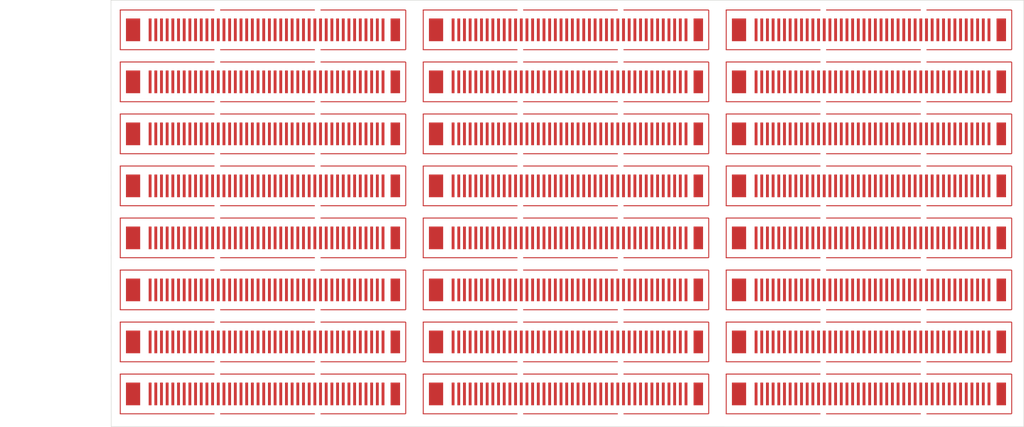
<source format=kicad_pcb>
(kicad_pcb (version 20171130) (host pcbnew 5.1.5-52549c5~84~ubuntu18.04.1)

  (general
    (thickness 1.6)
    (drawings 4)
    (tracks 0)
    (zones 0)
    (modules 24)
    (nets 1)
  )

  (page A4)
  (layers
    (0 F.Cu signal)
    (31 B.Cu signal)
    (32 B.Adhes user)
    (33 F.Adhes user)
    (34 B.Paste user)
    (35 F.Paste user)
    (36 B.SilkS user)
    (37 F.SilkS user)
    (38 B.Mask user)
    (39 F.Mask user)
    (40 Dwgs.User user)
    (41 Cmts.User user)
    (42 Eco1.User user)
    (43 Eco2.User user)
    (44 Edge.Cuts user)
    (45 Margin user)
    (46 B.CrtYd user)
    (47 F.CrtYd user)
    (48 B.Fab user)
    (49 F.Fab user)
  )

  (setup
    (last_trace_width 0.25)
    (trace_clearance 0.2)
    (zone_clearance 0.508)
    (zone_45_only no)
    (trace_min 0.2)
    (via_size 0.8)
    (via_drill 0.4)
    (via_min_size 0.4)
    (via_min_drill 0.3)
    (uvia_size 0.3)
    (uvia_drill 0.1)
    (uvias_allowed no)
    (uvia_min_size 0.2)
    (uvia_min_drill 0.1)
    (edge_width 0.05)
    (segment_width 0.2)
    (pcb_text_width 0.3)
    (pcb_text_size 1.5 1.5)
    (mod_edge_width 0.12)
    (mod_text_size 1 1)
    (mod_text_width 0.15)
    (pad_size 1.524 1.524)
    (pad_drill 0.762)
    (pad_to_mask_clearance 0.00001)
    (solder_mask_min_width 0.01)
    (aux_axis_origin 0 0)
    (visible_elements FFFFFF7F)
    (pcbplotparams
      (layerselection 0x01088_7fffffff)
      (usegerberextensions false)
      (usegerberattributes false)
      (usegerberadvancedattributes false)
      (creategerberjobfile false)
      (excludeedgelayer true)
      (linewidth 0.100000)
      (plotframeref false)
      (viasonmask false)
      (mode 1)
      (useauxorigin false)
      (hpglpennumber 1)
      (hpglpenspeed 20)
      (hpglpendiameter 15.000000)
      (psnegative false)
      (psa4output false)
      (plotreference true)
      (plotvalue true)
      (plotinvisibletext false)
      (padsonsilk false)
      (subtractmaskfromsilk false)
      (outputformat 1)
      (mirror false)
      (drillshape 0)
      (scaleselection 1)
      (outputdirectory "optical_encoder/"))
  )

  (net 0 "")

  (net_class Default "This is the default net class."
    (clearance 0.2)
    (trace_width 0.25)
    (via_dia 0.8)
    (via_drill 0.4)
    (uvia_dia 0.3)
    (uvia_drill 0.1)
  )

  (module custom_lib:OpticalEncoder (layer F.Cu) (tedit 5EF47167) (tstamp 5EF5003C)
    (at 172.43 116.79)
    (fp_text reference REF** (at -0.1 8) (layer F.SilkS) hide
      (effects (font (size 1 1) (thickness 0.15)))
    )
    (fp_text value OpticalEncoder (at -10.11 -0.15) (layer F.Fab)
      (effects (font (size 1 1) (thickness 0.15)))
    )
    (pad 1 smd rect (at 0 0) (size 0.3 2.4) (layers F.Cu F.Paste F.Mask))
    (pad 1 smd rect (at 0.6 0) (size 0.3 2.4) (layers F.Cu F.Paste F.Mask))
    (pad 1 smd rect (at 1.2 0) (size 0.3 2.4) (layers F.Cu F.Paste F.Mask))
    (pad 1 smd rect (at 1.8 0) (size 0.3 2.4) (layers F.Cu F.Paste F.Mask))
    (pad 1 smd rect (at 2.4 0) (size 0.3 2.4) (layers F.Cu F.Paste F.Mask))
    (pad 1 smd rect (at 4.2 0) (size 0.3 2.4) (layers F.Cu F.Paste F.Mask))
    (pad 1 smd rect (at 3 0) (size 0.3 2.4) (layers F.Cu F.Paste F.Mask))
    (pad 1 smd rect (at 3.6 0) (size 0.3 2.4) (layers F.Cu F.Paste F.Mask))
    (pad 1 smd rect (at 4.8 0) (size 0.3 2.4) (layers F.Cu F.Paste F.Mask))
    (pad 1 smd rect (at 6.6 0) (size 0.3 2.4) (layers F.Cu F.Paste F.Mask))
    (pad 1 smd rect (at 5.4 0) (size 0.3 2.4) (layers F.Cu F.Paste F.Mask))
    (pad 1 smd rect (at 9 0) (size 0.3 2.4) (layers F.Cu F.Paste F.Mask))
    (pad 1 smd rect (at 7.8 0) (size 0.3 2.4) (layers F.Cu F.Paste F.Mask))
    (pad 1 smd rect (at 8.4 0) (size 0.3 2.4) (layers F.Cu F.Paste F.Mask))
    (pad 1 smd rect (at 7.2 0) (size 0.3 2.4) (layers F.Cu F.Paste F.Mask))
    (pad 1 smd rect (at 6 0) (size 0.3 2.4) (layers F.Cu F.Paste F.Mask))
    (pad 1 smd rect (at 9.6 0) (size 0.3 2.4) (layers F.Cu F.Paste F.Mask))
    (pad 1 smd rect (at 11.4 0) (size 0.3 2.4) (layers F.Cu F.Paste F.Mask))
    (pad 1 smd rect (at 10.2 0) (size 0.3 2.4) (layers F.Cu F.Paste F.Mask))
    (pad 1 smd rect (at 17.4 0) (size 0.3 2.4) (layers F.Cu F.Paste F.Mask))
    (pad 1 smd rect (at 13.8 0) (size 0.3 2.4) (layers F.Cu F.Paste F.Mask))
    (pad 1 smd rect (at 12.6 0) (size 0.3 2.4) (layers F.Cu F.Paste F.Mask))
    (pad 1 smd rect (at 13.2 0) (size 0.3 2.4) (layers F.Cu F.Paste F.Mask))
    (pad 1 smd rect (at 15 0) (size 0.3 2.4) (layers F.Cu F.Paste F.Mask))
    (pad 1 smd rect (at 16.8 0) (size 0.3 2.4) (layers F.Cu F.Paste F.Mask))
    (pad 1 smd rect (at 18 0) (size 0.3 2.4) (layers F.Cu F.Paste F.Mask))
    (pad 1 smd rect (at 12 0) (size 0.3 2.4) (layers F.Cu F.Paste F.Mask))
    (pad 1 smd rect (at 16.2 0) (size 0.3 2.4) (layers F.Cu F.Paste F.Mask))
    (pad 1 smd rect (at 10.8 0) (size 0.3 2.4) (layers F.Cu F.Paste F.Mask))
    (pad 1 smd rect (at 18.6 0) (size 0.3 2.4) (layers F.Cu F.Paste F.Mask))
    (pad 1 smd rect (at 14.4 0) (size 0.3 2.4) (layers F.Cu F.Paste F.Mask))
    (pad 1 smd rect (at 15.6 0) (size 0.3 2.4) (layers F.Cu F.Paste F.Mask))
    (pad 1 smd rect (at 24 0) (size 0.3 2.4) (layers F.Cu F.Paste F.Mask))
    (pad 1 smd rect (at 22.8 0) (size 0.3 2.4) (layers F.Cu F.Paste F.Mask))
    (pad 1 smd rect (at 20.4 0) (size 0.3 2.4) (layers F.Cu F.Paste F.Mask))
    (pad 1 smd rect (at 23.4 0) (size 0.3 2.4) (layers F.Cu F.Paste F.Mask))
    (pad 1 smd rect (at 22.2 0) (size 0.3 2.4) (layers F.Cu F.Paste F.Mask))
    (pad 1 smd rect (at 19.2 0) (size 0.3 2.4) (layers F.Cu F.Paste F.Mask))
    (pad 1 smd rect (at 19.8 0) (size 0.3 2.4) (layers F.Cu F.Paste F.Mask))
    (pad 1 smd rect (at 24.6 0) (size 0.3 2.4) (layers F.Cu F.Paste F.Mask))
    (pad 1 smd rect (at 21 0) (size 0.3 2.4) (layers F.Cu F.Paste F.Mask))
    (pad 1 smd rect (at 21.6 0) (size 0.3 2.4) (layers F.Cu F.Paste F.Mask))
    (pad 1 smd rect (at 1.8 -2.1 90) (size 0.1 10) (layers F.Cu F.Paste F.Mask))
    (pad 1 smd rect (at 12.4 -2.1 90) (size 0.1 10) (layers F.Cu F.Paste F.Mask))
    (pad 1 smd rect (at 22.5 -2.1 90) (size 0.1 9) (layers F.Cu F.Paste F.Mask))
    (pad 1 smd rect (at 12.4 2.1 90) (size 0.1 10) (layers F.Cu F.Paste F.Mask))
    (pad 1 smd rect (at 1.8 2.1 90) (size 0.1 10) (layers F.Cu F.Paste F.Mask))
    (pad 1 smd rect (at 22.5 2.1 90) (size 0.1 9) (layers F.Cu F.Paste F.Mask))
    (pad 1 smd rect (at 27 0 180) (size 0.1 4.2) (layers F.Cu F.Paste F.Mask))
    (pad 1 smd rect (at -3.15 0 180) (size 0.1 4.2) (layers F.Cu F.Paste F.Mask))
    (pad 1 smd rect (at -1.8 0) (size 1.5 2.4) (layers F.Cu F.Paste F.Mask))
    (pad 1 smd rect (at 25.9 0) (size 1 2.4) (layers F.Cu F.Paste F.Mask))
  )

  (module custom_lib:OpticalEncoder (layer F.Cu) (tedit 5EF47167) (tstamp 5EF4FFCE)
    (at 140.43 116.79)
    (fp_text reference REF** (at -0.1 8) (layer F.SilkS) hide
      (effects (font (size 1 1) (thickness 0.15)))
    )
    (fp_text value OpticalEncoder (at -10.11 -0.15) (layer F.Fab)
      (effects (font (size 1 1) (thickness 0.15)))
    )
    (pad 1 smd rect (at 0 0) (size 0.3 2.4) (layers F.Cu F.Paste F.Mask))
    (pad 1 smd rect (at 0.6 0) (size 0.3 2.4) (layers F.Cu F.Paste F.Mask))
    (pad 1 smd rect (at 1.2 0) (size 0.3 2.4) (layers F.Cu F.Paste F.Mask))
    (pad 1 smd rect (at 1.8 0) (size 0.3 2.4) (layers F.Cu F.Paste F.Mask))
    (pad 1 smd rect (at 2.4 0) (size 0.3 2.4) (layers F.Cu F.Paste F.Mask))
    (pad 1 smd rect (at 4.2 0) (size 0.3 2.4) (layers F.Cu F.Paste F.Mask))
    (pad 1 smd rect (at 3 0) (size 0.3 2.4) (layers F.Cu F.Paste F.Mask))
    (pad 1 smd rect (at 3.6 0) (size 0.3 2.4) (layers F.Cu F.Paste F.Mask))
    (pad 1 smd rect (at 4.8 0) (size 0.3 2.4) (layers F.Cu F.Paste F.Mask))
    (pad 1 smd rect (at 6.6 0) (size 0.3 2.4) (layers F.Cu F.Paste F.Mask))
    (pad 1 smd rect (at 5.4 0) (size 0.3 2.4) (layers F.Cu F.Paste F.Mask))
    (pad 1 smd rect (at 9 0) (size 0.3 2.4) (layers F.Cu F.Paste F.Mask))
    (pad 1 smd rect (at 7.8 0) (size 0.3 2.4) (layers F.Cu F.Paste F.Mask))
    (pad 1 smd rect (at 8.4 0) (size 0.3 2.4) (layers F.Cu F.Paste F.Mask))
    (pad 1 smd rect (at 7.2 0) (size 0.3 2.4) (layers F.Cu F.Paste F.Mask))
    (pad 1 smd rect (at 6 0) (size 0.3 2.4) (layers F.Cu F.Paste F.Mask))
    (pad 1 smd rect (at 9.6 0) (size 0.3 2.4) (layers F.Cu F.Paste F.Mask))
    (pad 1 smd rect (at 11.4 0) (size 0.3 2.4) (layers F.Cu F.Paste F.Mask))
    (pad 1 smd rect (at 10.2 0) (size 0.3 2.4) (layers F.Cu F.Paste F.Mask))
    (pad 1 smd rect (at 17.4 0) (size 0.3 2.4) (layers F.Cu F.Paste F.Mask))
    (pad 1 smd rect (at 13.8 0) (size 0.3 2.4) (layers F.Cu F.Paste F.Mask))
    (pad 1 smd rect (at 12.6 0) (size 0.3 2.4) (layers F.Cu F.Paste F.Mask))
    (pad 1 smd rect (at 13.2 0) (size 0.3 2.4) (layers F.Cu F.Paste F.Mask))
    (pad 1 smd rect (at 15 0) (size 0.3 2.4) (layers F.Cu F.Paste F.Mask))
    (pad 1 smd rect (at 16.8 0) (size 0.3 2.4) (layers F.Cu F.Paste F.Mask))
    (pad 1 smd rect (at 18 0) (size 0.3 2.4) (layers F.Cu F.Paste F.Mask))
    (pad 1 smd rect (at 12 0) (size 0.3 2.4) (layers F.Cu F.Paste F.Mask))
    (pad 1 smd rect (at 16.2 0) (size 0.3 2.4) (layers F.Cu F.Paste F.Mask))
    (pad 1 smd rect (at 10.8 0) (size 0.3 2.4) (layers F.Cu F.Paste F.Mask))
    (pad 1 smd rect (at 18.6 0) (size 0.3 2.4) (layers F.Cu F.Paste F.Mask))
    (pad 1 smd rect (at 14.4 0) (size 0.3 2.4) (layers F.Cu F.Paste F.Mask))
    (pad 1 smd rect (at 15.6 0) (size 0.3 2.4) (layers F.Cu F.Paste F.Mask))
    (pad 1 smd rect (at 24 0) (size 0.3 2.4) (layers F.Cu F.Paste F.Mask))
    (pad 1 smd rect (at 22.8 0) (size 0.3 2.4) (layers F.Cu F.Paste F.Mask))
    (pad 1 smd rect (at 20.4 0) (size 0.3 2.4) (layers F.Cu F.Paste F.Mask))
    (pad 1 smd rect (at 23.4 0) (size 0.3 2.4) (layers F.Cu F.Paste F.Mask))
    (pad 1 smd rect (at 22.2 0) (size 0.3 2.4) (layers F.Cu F.Paste F.Mask))
    (pad 1 smd rect (at 19.2 0) (size 0.3 2.4) (layers F.Cu F.Paste F.Mask))
    (pad 1 smd rect (at 19.8 0) (size 0.3 2.4) (layers F.Cu F.Paste F.Mask))
    (pad 1 smd rect (at 24.6 0) (size 0.3 2.4) (layers F.Cu F.Paste F.Mask))
    (pad 1 smd rect (at 21 0) (size 0.3 2.4) (layers F.Cu F.Paste F.Mask))
    (pad 1 smd rect (at 21.6 0) (size 0.3 2.4) (layers F.Cu F.Paste F.Mask))
    (pad 1 smd rect (at 1.8 -2.1 90) (size 0.1 10) (layers F.Cu F.Paste F.Mask))
    (pad 1 smd rect (at 12.4 -2.1 90) (size 0.1 10) (layers F.Cu F.Paste F.Mask))
    (pad 1 smd rect (at 22.5 -2.1 90) (size 0.1 9) (layers F.Cu F.Paste F.Mask))
    (pad 1 smd rect (at 12.4 2.1 90) (size 0.1 10) (layers F.Cu F.Paste F.Mask))
    (pad 1 smd rect (at 1.8 2.1 90) (size 0.1 10) (layers F.Cu F.Paste F.Mask))
    (pad 1 smd rect (at 22.5 2.1 90) (size 0.1 9) (layers F.Cu F.Paste F.Mask))
    (pad 1 smd rect (at 27 0 180) (size 0.1 4.2) (layers F.Cu F.Paste F.Mask))
    (pad 1 smd rect (at -3.15 0 180) (size 0.1 4.2) (layers F.Cu F.Paste F.Mask))
    (pad 1 smd rect (at -1.8 0) (size 1.5 2.4) (layers F.Cu F.Paste F.Mask))
    (pad 1 smd rect (at 25.9 0) (size 1 2.4) (layers F.Cu F.Paste F.Mask))
  )

  (module custom_lib:OpticalEncoder (layer F.Cu) (tedit 5EF47167) (tstamp 5EF4FF60)
    (at 108.43 116.79)
    (fp_text reference REF** (at -0.1 8) (layer F.SilkS) hide
      (effects (font (size 1 1) (thickness 0.15)))
    )
    (fp_text value OpticalEncoder (at -10.11 -0.15) (layer F.Fab)
      (effects (font (size 1 1) (thickness 0.15)))
    )
    (pad 1 smd rect (at 0 0) (size 0.3 2.4) (layers F.Cu F.Paste F.Mask))
    (pad 1 smd rect (at 0.6 0) (size 0.3 2.4) (layers F.Cu F.Paste F.Mask))
    (pad 1 smd rect (at 1.2 0) (size 0.3 2.4) (layers F.Cu F.Paste F.Mask))
    (pad 1 smd rect (at 1.8 0) (size 0.3 2.4) (layers F.Cu F.Paste F.Mask))
    (pad 1 smd rect (at 2.4 0) (size 0.3 2.4) (layers F.Cu F.Paste F.Mask))
    (pad 1 smd rect (at 4.2 0) (size 0.3 2.4) (layers F.Cu F.Paste F.Mask))
    (pad 1 smd rect (at 3 0) (size 0.3 2.4) (layers F.Cu F.Paste F.Mask))
    (pad 1 smd rect (at 3.6 0) (size 0.3 2.4) (layers F.Cu F.Paste F.Mask))
    (pad 1 smd rect (at 4.8 0) (size 0.3 2.4) (layers F.Cu F.Paste F.Mask))
    (pad 1 smd rect (at 6.6 0) (size 0.3 2.4) (layers F.Cu F.Paste F.Mask))
    (pad 1 smd rect (at 5.4 0) (size 0.3 2.4) (layers F.Cu F.Paste F.Mask))
    (pad 1 smd rect (at 9 0) (size 0.3 2.4) (layers F.Cu F.Paste F.Mask))
    (pad 1 smd rect (at 7.8 0) (size 0.3 2.4) (layers F.Cu F.Paste F.Mask))
    (pad 1 smd rect (at 8.4 0) (size 0.3 2.4) (layers F.Cu F.Paste F.Mask))
    (pad 1 smd rect (at 7.2 0) (size 0.3 2.4) (layers F.Cu F.Paste F.Mask))
    (pad 1 smd rect (at 6 0) (size 0.3 2.4) (layers F.Cu F.Paste F.Mask))
    (pad 1 smd rect (at 9.6 0) (size 0.3 2.4) (layers F.Cu F.Paste F.Mask))
    (pad 1 smd rect (at 11.4 0) (size 0.3 2.4) (layers F.Cu F.Paste F.Mask))
    (pad 1 smd rect (at 10.2 0) (size 0.3 2.4) (layers F.Cu F.Paste F.Mask))
    (pad 1 smd rect (at 17.4 0) (size 0.3 2.4) (layers F.Cu F.Paste F.Mask))
    (pad 1 smd rect (at 13.8 0) (size 0.3 2.4) (layers F.Cu F.Paste F.Mask))
    (pad 1 smd rect (at 12.6 0) (size 0.3 2.4) (layers F.Cu F.Paste F.Mask))
    (pad 1 smd rect (at 13.2 0) (size 0.3 2.4) (layers F.Cu F.Paste F.Mask))
    (pad 1 smd rect (at 15 0) (size 0.3 2.4) (layers F.Cu F.Paste F.Mask))
    (pad 1 smd rect (at 16.8 0) (size 0.3 2.4) (layers F.Cu F.Paste F.Mask))
    (pad 1 smd rect (at 18 0) (size 0.3 2.4) (layers F.Cu F.Paste F.Mask))
    (pad 1 smd rect (at 12 0) (size 0.3 2.4) (layers F.Cu F.Paste F.Mask))
    (pad 1 smd rect (at 16.2 0) (size 0.3 2.4) (layers F.Cu F.Paste F.Mask))
    (pad 1 smd rect (at 10.8 0) (size 0.3 2.4) (layers F.Cu F.Paste F.Mask))
    (pad 1 smd rect (at 18.6 0) (size 0.3 2.4) (layers F.Cu F.Paste F.Mask))
    (pad 1 smd rect (at 14.4 0) (size 0.3 2.4) (layers F.Cu F.Paste F.Mask))
    (pad 1 smd rect (at 15.6 0) (size 0.3 2.4) (layers F.Cu F.Paste F.Mask))
    (pad 1 smd rect (at 24 0) (size 0.3 2.4) (layers F.Cu F.Paste F.Mask))
    (pad 1 smd rect (at 22.8 0) (size 0.3 2.4) (layers F.Cu F.Paste F.Mask))
    (pad 1 smd rect (at 20.4 0) (size 0.3 2.4) (layers F.Cu F.Paste F.Mask))
    (pad 1 smd rect (at 23.4 0) (size 0.3 2.4) (layers F.Cu F.Paste F.Mask))
    (pad 1 smd rect (at 22.2 0) (size 0.3 2.4) (layers F.Cu F.Paste F.Mask))
    (pad 1 smd rect (at 19.2 0) (size 0.3 2.4) (layers F.Cu F.Paste F.Mask))
    (pad 1 smd rect (at 19.8 0) (size 0.3 2.4) (layers F.Cu F.Paste F.Mask))
    (pad 1 smd rect (at 24.6 0) (size 0.3 2.4) (layers F.Cu F.Paste F.Mask))
    (pad 1 smd rect (at 21 0) (size 0.3 2.4) (layers F.Cu F.Paste F.Mask))
    (pad 1 smd rect (at 21.6 0) (size 0.3 2.4) (layers F.Cu F.Paste F.Mask))
    (pad 1 smd rect (at 1.8 -2.1 90) (size 0.1 10) (layers F.Cu F.Paste F.Mask))
    (pad 1 smd rect (at 12.4 -2.1 90) (size 0.1 10) (layers F.Cu F.Paste F.Mask))
    (pad 1 smd rect (at 22.5 -2.1 90) (size 0.1 9) (layers F.Cu F.Paste F.Mask))
    (pad 1 smd rect (at 12.4 2.1 90) (size 0.1 10) (layers F.Cu F.Paste F.Mask))
    (pad 1 smd rect (at 1.8 2.1 90) (size 0.1 10) (layers F.Cu F.Paste F.Mask))
    (pad 1 smd rect (at 22.5 2.1 90) (size 0.1 9) (layers F.Cu F.Paste F.Mask))
    (pad 1 smd rect (at 27 0 180) (size 0.1 4.2) (layers F.Cu F.Paste F.Mask))
    (pad 1 smd rect (at -3.15 0 180) (size 0.1 4.2) (layers F.Cu F.Paste F.Mask))
    (pad 1 smd rect (at -1.8 0) (size 1.5 2.4) (layers F.Cu F.Paste F.Mask))
    (pad 1 smd rect (at 25.9 0) (size 1 2.4) (layers F.Cu F.Paste F.Mask))
  )

  (module custom_lib:OpticalEncoder (layer F.Cu) (tedit 5EF47167) (tstamp 5EF4FEF2)
    (at 172.43 111.29)
    (fp_text reference REF** (at -0.1 8) (layer F.SilkS) hide
      (effects (font (size 1 1) (thickness 0.15)))
    )
    (fp_text value OpticalEncoder (at -10.11 -0.15) (layer F.Fab)
      (effects (font (size 1 1) (thickness 0.15)))
    )
    (pad 1 smd rect (at 0 0) (size 0.3 2.4) (layers F.Cu F.Paste F.Mask))
    (pad 1 smd rect (at 0.6 0) (size 0.3 2.4) (layers F.Cu F.Paste F.Mask))
    (pad 1 smd rect (at 1.2 0) (size 0.3 2.4) (layers F.Cu F.Paste F.Mask))
    (pad 1 smd rect (at 1.8 0) (size 0.3 2.4) (layers F.Cu F.Paste F.Mask))
    (pad 1 smd rect (at 2.4 0) (size 0.3 2.4) (layers F.Cu F.Paste F.Mask))
    (pad 1 smd rect (at 4.2 0) (size 0.3 2.4) (layers F.Cu F.Paste F.Mask))
    (pad 1 smd rect (at 3 0) (size 0.3 2.4) (layers F.Cu F.Paste F.Mask))
    (pad 1 smd rect (at 3.6 0) (size 0.3 2.4) (layers F.Cu F.Paste F.Mask))
    (pad 1 smd rect (at 4.8 0) (size 0.3 2.4) (layers F.Cu F.Paste F.Mask))
    (pad 1 smd rect (at 6.6 0) (size 0.3 2.4) (layers F.Cu F.Paste F.Mask))
    (pad 1 smd rect (at 5.4 0) (size 0.3 2.4) (layers F.Cu F.Paste F.Mask))
    (pad 1 smd rect (at 9 0) (size 0.3 2.4) (layers F.Cu F.Paste F.Mask))
    (pad 1 smd rect (at 7.8 0) (size 0.3 2.4) (layers F.Cu F.Paste F.Mask))
    (pad 1 smd rect (at 8.4 0) (size 0.3 2.4) (layers F.Cu F.Paste F.Mask))
    (pad 1 smd rect (at 7.2 0) (size 0.3 2.4) (layers F.Cu F.Paste F.Mask))
    (pad 1 smd rect (at 6 0) (size 0.3 2.4) (layers F.Cu F.Paste F.Mask))
    (pad 1 smd rect (at 9.6 0) (size 0.3 2.4) (layers F.Cu F.Paste F.Mask))
    (pad 1 smd rect (at 11.4 0) (size 0.3 2.4) (layers F.Cu F.Paste F.Mask))
    (pad 1 smd rect (at 10.2 0) (size 0.3 2.4) (layers F.Cu F.Paste F.Mask))
    (pad 1 smd rect (at 17.4 0) (size 0.3 2.4) (layers F.Cu F.Paste F.Mask))
    (pad 1 smd rect (at 13.8 0) (size 0.3 2.4) (layers F.Cu F.Paste F.Mask))
    (pad 1 smd rect (at 12.6 0) (size 0.3 2.4) (layers F.Cu F.Paste F.Mask))
    (pad 1 smd rect (at 13.2 0) (size 0.3 2.4) (layers F.Cu F.Paste F.Mask))
    (pad 1 smd rect (at 15 0) (size 0.3 2.4) (layers F.Cu F.Paste F.Mask))
    (pad 1 smd rect (at 16.8 0) (size 0.3 2.4) (layers F.Cu F.Paste F.Mask))
    (pad 1 smd rect (at 18 0) (size 0.3 2.4) (layers F.Cu F.Paste F.Mask))
    (pad 1 smd rect (at 12 0) (size 0.3 2.4) (layers F.Cu F.Paste F.Mask))
    (pad 1 smd rect (at 16.2 0) (size 0.3 2.4) (layers F.Cu F.Paste F.Mask))
    (pad 1 smd rect (at 10.8 0) (size 0.3 2.4) (layers F.Cu F.Paste F.Mask))
    (pad 1 smd rect (at 18.6 0) (size 0.3 2.4) (layers F.Cu F.Paste F.Mask))
    (pad 1 smd rect (at 14.4 0) (size 0.3 2.4) (layers F.Cu F.Paste F.Mask))
    (pad 1 smd rect (at 15.6 0) (size 0.3 2.4) (layers F.Cu F.Paste F.Mask))
    (pad 1 smd rect (at 24 0) (size 0.3 2.4) (layers F.Cu F.Paste F.Mask))
    (pad 1 smd rect (at 22.8 0) (size 0.3 2.4) (layers F.Cu F.Paste F.Mask))
    (pad 1 smd rect (at 20.4 0) (size 0.3 2.4) (layers F.Cu F.Paste F.Mask))
    (pad 1 smd rect (at 23.4 0) (size 0.3 2.4) (layers F.Cu F.Paste F.Mask))
    (pad 1 smd rect (at 22.2 0) (size 0.3 2.4) (layers F.Cu F.Paste F.Mask))
    (pad 1 smd rect (at 19.2 0) (size 0.3 2.4) (layers F.Cu F.Paste F.Mask))
    (pad 1 smd rect (at 19.8 0) (size 0.3 2.4) (layers F.Cu F.Paste F.Mask))
    (pad 1 smd rect (at 24.6 0) (size 0.3 2.4) (layers F.Cu F.Paste F.Mask))
    (pad 1 smd rect (at 21 0) (size 0.3 2.4) (layers F.Cu F.Paste F.Mask))
    (pad 1 smd rect (at 21.6 0) (size 0.3 2.4) (layers F.Cu F.Paste F.Mask))
    (pad 1 smd rect (at 1.8 -2.1 90) (size 0.1 10) (layers F.Cu F.Paste F.Mask))
    (pad 1 smd rect (at 12.4 -2.1 90) (size 0.1 10) (layers F.Cu F.Paste F.Mask))
    (pad 1 smd rect (at 22.5 -2.1 90) (size 0.1 9) (layers F.Cu F.Paste F.Mask))
    (pad 1 smd rect (at 12.4 2.1 90) (size 0.1 10) (layers F.Cu F.Paste F.Mask))
    (pad 1 smd rect (at 1.8 2.1 90) (size 0.1 10) (layers F.Cu F.Paste F.Mask))
    (pad 1 smd rect (at 22.5 2.1 90) (size 0.1 9) (layers F.Cu F.Paste F.Mask))
    (pad 1 smd rect (at 27 0 180) (size 0.1 4.2) (layers F.Cu F.Paste F.Mask))
    (pad 1 smd rect (at -3.15 0 180) (size 0.1 4.2) (layers F.Cu F.Paste F.Mask))
    (pad 1 smd rect (at -1.8 0) (size 1.5 2.4) (layers F.Cu F.Paste F.Mask))
    (pad 1 smd rect (at 25.9 0) (size 1 2.4) (layers F.Cu F.Paste F.Mask))
  )

  (module custom_lib:OpticalEncoder (layer F.Cu) (tedit 5EF47167) (tstamp 5EF4FE84)
    (at 140.43 111.29)
    (fp_text reference REF** (at -0.1 8) (layer F.SilkS) hide
      (effects (font (size 1 1) (thickness 0.15)))
    )
    (fp_text value OpticalEncoder (at -10.11 -0.15) (layer F.Fab)
      (effects (font (size 1 1) (thickness 0.15)))
    )
    (pad 1 smd rect (at 0 0) (size 0.3 2.4) (layers F.Cu F.Paste F.Mask))
    (pad 1 smd rect (at 0.6 0) (size 0.3 2.4) (layers F.Cu F.Paste F.Mask))
    (pad 1 smd rect (at 1.2 0) (size 0.3 2.4) (layers F.Cu F.Paste F.Mask))
    (pad 1 smd rect (at 1.8 0) (size 0.3 2.4) (layers F.Cu F.Paste F.Mask))
    (pad 1 smd rect (at 2.4 0) (size 0.3 2.4) (layers F.Cu F.Paste F.Mask))
    (pad 1 smd rect (at 4.2 0) (size 0.3 2.4) (layers F.Cu F.Paste F.Mask))
    (pad 1 smd rect (at 3 0) (size 0.3 2.4) (layers F.Cu F.Paste F.Mask))
    (pad 1 smd rect (at 3.6 0) (size 0.3 2.4) (layers F.Cu F.Paste F.Mask))
    (pad 1 smd rect (at 4.8 0) (size 0.3 2.4) (layers F.Cu F.Paste F.Mask))
    (pad 1 smd rect (at 6.6 0) (size 0.3 2.4) (layers F.Cu F.Paste F.Mask))
    (pad 1 smd rect (at 5.4 0) (size 0.3 2.4) (layers F.Cu F.Paste F.Mask))
    (pad 1 smd rect (at 9 0) (size 0.3 2.4) (layers F.Cu F.Paste F.Mask))
    (pad 1 smd rect (at 7.8 0) (size 0.3 2.4) (layers F.Cu F.Paste F.Mask))
    (pad 1 smd rect (at 8.4 0) (size 0.3 2.4) (layers F.Cu F.Paste F.Mask))
    (pad 1 smd rect (at 7.2 0) (size 0.3 2.4) (layers F.Cu F.Paste F.Mask))
    (pad 1 smd rect (at 6 0) (size 0.3 2.4) (layers F.Cu F.Paste F.Mask))
    (pad 1 smd rect (at 9.6 0) (size 0.3 2.4) (layers F.Cu F.Paste F.Mask))
    (pad 1 smd rect (at 11.4 0) (size 0.3 2.4) (layers F.Cu F.Paste F.Mask))
    (pad 1 smd rect (at 10.2 0) (size 0.3 2.4) (layers F.Cu F.Paste F.Mask))
    (pad 1 smd rect (at 17.4 0) (size 0.3 2.4) (layers F.Cu F.Paste F.Mask))
    (pad 1 smd rect (at 13.8 0) (size 0.3 2.4) (layers F.Cu F.Paste F.Mask))
    (pad 1 smd rect (at 12.6 0) (size 0.3 2.4) (layers F.Cu F.Paste F.Mask))
    (pad 1 smd rect (at 13.2 0) (size 0.3 2.4) (layers F.Cu F.Paste F.Mask))
    (pad 1 smd rect (at 15 0) (size 0.3 2.4) (layers F.Cu F.Paste F.Mask))
    (pad 1 smd rect (at 16.8 0) (size 0.3 2.4) (layers F.Cu F.Paste F.Mask))
    (pad 1 smd rect (at 18 0) (size 0.3 2.4) (layers F.Cu F.Paste F.Mask))
    (pad 1 smd rect (at 12 0) (size 0.3 2.4) (layers F.Cu F.Paste F.Mask))
    (pad 1 smd rect (at 16.2 0) (size 0.3 2.4) (layers F.Cu F.Paste F.Mask))
    (pad 1 smd rect (at 10.8 0) (size 0.3 2.4) (layers F.Cu F.Paste F.Mask))
    (pad 1 smd rect (at 18.6 0) (size 0.3 2.4) (layers F.Cu F.Paste F.Mask))
    (pad 1 smd rect (at 14.4 0) (size 0.3 2.4) (layers F.Cu F.Paste F.Mask))
    (pad 1 smd rect (at 15.6 0) (size 0.3 2.4) (layers F.Cu F.Paste F.Mask))
    (pad 1 smd rect (at 24 0) (size 0.3 2.4) (layers F.Cu F.Paste F.Mask))
    (pad 1 smd rect (at 22.8 0) (size 0.3 2.4) (layers F.Cu F.Paste F.Mask))
    (pad 1 smd rect (at 20.4 0) (size 0.3 2.4) (layers F.Cu F.Paste F.Mask))
    (pad 1 smd rect (at 23.4 0) (size 0.3 2.4) (layers F.Cu F.Paste F.Mask))
    (pad 1 smd rect (at 22.2 0) (size 0.3 2.4) (layers F.Cu F.Paste F.Mask))
    (pad 1 smd rect (at 19.2 0) (size 0.3 2.4) (layers F.Cu F.Paste F.Mask))
    (pad 1 smd rect (at 19.8 0) (size 0.3 2.4) (layers F.Cu F.Paste F.Mask))
    (pad 1 smd rect (at 24.6 0) (size 0.3 2.4) (layers F.Cu F.Paste F.Mask))
    (pad 1 smd rect (at 21 0) (size 0.3 2.4) (layers F.Cu F.Paste F.Mask))
    (pad 1 smd rect (at 21.6 0) (size 0.3 2.4) (layers F.Cu F.Paste F.Mask))
    (pad 1 smd rect (at 1.8 -2.1 90) (size 0.1 10) (layers F.Cu F.Paste F.Mask))
    (pad 1 smd rect (at 12.4 -2.1 90) (size 0.1 10) (layers F.Cu F.Paste F.Mask))
    (pad 1 smd rect (at 22.5 -2.1 90) (size 0.1 9) (layers F.Cu F.Paste F.Mask))
    (pad 1 smd rect (at 12.4 2.1 90) (size 0.1 10) (layers F.Cu F.Paste F.Mask))
    (pad 1 smd rect (at 1.8 2.1 90) (size 0.1 10) (layers F.Cu F.Paste F.Mask))
    (pad 1 smd rect (at 22.5 2.1 90) (size 0.1 9) (layers F.Cu F.Paste F.Mask))
    (pad 1 smd rect (at 27 0 180) (size 0.1 4.2) (layers F.Cu F.Paste F.Mask))
    (pad 1 smd rect (at -3.15 0 180) (size 0.1 4.2) (layers F.Cu F.Paste F.Mask))
    (pad 1 smd rect (at -1.8 0) (size 1.5 2.4) (layers F.Cu F.Paste F.Mask))
    (pad 1 smd rect (at 25.9 0) (size 1 2.4) (layers F.Cu F.Paste F.Mask))
  )

  (module custom_lib:OpticalEncoder (layer F.Cu) (tedit 5EF47167) (tstamp 5EF4FE16)
    (at 108.43 111.29)
    (fp_text reference REF** (at -0.1 8) (layer F.SilkS) hide
      (effects (font (size 1 1) (thickness 0.15)))
    )
    (fp_text value OpticalEncoder (at -10.11 -0.15) (layer F.Fab)
      (effects (font (size 1 1) (thickness 0.15)))
    )
    (pad 1 smd rect (at 0 0) (size 0.3 2.4) (layers F.Cu F.Paste F.Mask))
    (pad 1 smd rect (at 0.6 0) (size 0.3 2.4) (layers F.Cu F.Paste F.Mask))
    (pad 1 smd rect (at 1.2 0) (size 0.3 2.4) (layers F.Cu F.Paste F.Mask))
    (pad 1 smd rect (at 1.8 0) (size 0.3 2.4) (layers F.Cu F.Paste F.Mask))
    (pad 1 smd rect (at 2.4 0) (size 0.3 2.4) (layers F.Cu F.Paste F.Mask))
    (pad 1 smd rect (at 4.2 0) (size 0.3 2.4) (layers F.Cu F.Paste F.Mask))
    (pad 1 smd rect (at 3 0) (size 0.3 2.4) (layers F.Cu F.Paste F.Mask))
    (pad 1 smd rect (at 3.6 0) (size 0.3 2.4) (layers F.Cu F.Paste F.Mask))
    (pad 1 smd rect (at 4.8 0) (size 0.3 2.4) (layers F.Cu F.Paste F.Mask))
    (pad 1 smd rect (at 6.6 0) (size 0.3 2.4) (layers F.Cu F.Paste F.Mask))
    (pad 1 smd rect (at 5.4 0) (size 0.3 2.4) (layers F.Cu F.Paste F.Mask))
    (pad 1 smd rect (at 9 0) (size 0.3 2.4) (layers F.Cu F.Paste F.Mask))
    (pad 1 smd rect (at 7.8 0) (size 0.3 2.4) (layers F.Cu F.Paste F.Mask))
    (pad 1 smd rect (at 8.4 0) (size 0.3 2.4) (layers F.Cu F.Paste F.Mask))
    (pad 1 smd rect (at 7.2 0) (size 0.3 2.4) (layers F.Cu F.Paste F.Mask))
    (pad 1 smd rect (at 6 0) (size 0.3 2.4) (layers F.Cu F.Paste F.Mask))
    (pad 1 smd rect (at 9.6 0) (size 0.3 2.4) (layers F.Cu F.Paste F.Mask))
    (pad 1 smd rect (at 11.4 0) (size 0.3 2.4) (layers F.Cu F.Paste F.Mask))
    (pad 1 smd rect (at 10.2 0) (size 0.3 2.4) (layers F.Cu F.Paste F.Mask))
    (pad 1 smd rect (at 17.4 0) (size 0.3 2.4) (layers F.Cu F.Paste F.Mask))
    (pad 1 smd rect (at 13.8 0) (size 0.3 2.4) (layers F.Cu F.Paste F.Mask))
    (pad 1 smd rect (at 12.6 0) (size 0.3 2.4) (layers F.Cu F.Paste F.Mask))
    (pad 1 smd rect (at 13.2 0) (size 0.3 2.4) (layers F.Cu F.Paste F.Mask))
    (pad 1 smd rect (at 15 0) (size 0.3 2.4) (layers F.Cu F.Paste F.Mask))
    (pad 1 smd rect (at 16.8 0) (size 0.3 2.4) (layers F.Cu F.Paste F.Mask))
    (pad 1 smd rect (at 18 0) (size 0.3 2.4) (layers F.Cu F.Paste F.Mask))
    (pad 1 smd rect (at 12 0) (size 0.3 2.4) (layers F.Cu F.Paste F.Mask))
    (pad 1 smd rect (at 16.2 0) (size 0.3 2.4) (layers F.Cu F.Paste F.Mask))
    (pad 1 smd rect (at 10.8 0) (size 0.3 2.4) (layers F.Cu F.Paste F.Mask))
    (pad 1 smd rect (at 18.6 0) (size 0.3 2.4) (layers F.Cu F.Paste F.Mask))
    (pad 1 smd rect (at 14.4 0) (size 0.3 2.4) (layers F.Cu F.Paste F.Mask))
    (pad 1 smd rect (at 15.6 0) (size 0.3 2.4) (layers F.Cu F.Paste F.Mask))
    (pad 1 smd rect (at 24 0) (size 0.3 2.4) (layers F.Cu F.Paste F.Mask))
    (pad 1 smd rect (at 22.8 0) (size 0.3 2.4) (layers F.Cu F.Paste F.Mask))
    (pad 1 smd rect (at 20.4 0) (size 0.3 2.4) (layers F.Cu F.Paste F.Mask))
    (pad 1 smd rect (at 23.4 0) (size 0.3 2.4) (layers F.Cu F.Paste F.Mask))
    (pad 1 smd rect (at 22.2 0) (size 0.3 2.4) (layers F.Cu F.Paste F.Mask))
    (pad 1 smd rect (at 19.2 0) (size 0.3 2.4) (layers F.Cu F.Paste F.Mask))
    (pad 1 smd rect (at 19.8 0) (size 0.3 2.4) (layers F.Cu F.Paste F.Mask))
    (pad 1 smd rect (at 24.6 0) (size 0.3 2.4) (layers F.Cu F.Paste F.Mask))
    (pad 1 smd rect (at 21 0) (size 0.3 2.4) (layers F.Cu F.Paste F.Mask))
    (pad 1 smd rect (at 21.6 0) (size 0.3 2.4) (layers F.Cu F.Paste F.Mask))
    (pad 1 smd rect (at 1.8 -2.1 90) (size 0.1 10) (layers F.Cu F.Paste F.Mask))
    (pad 1 smd rect (at 12.4 -2.1 90) (size 0.1 10) (layers F.Cu F.Paste F.Mask))
    (pad 1 smd rect (at 22.5 -2.1 90) (size 0.1 9) (layers F.Cu F.Paste F.Mask))
    (pad 1 smd rect (at 12.4 2.1 90) (size 0.1 10) (layers F.Cu F.Paste F.Mask))
    (pad 1 smd rect (at 1.8 2.1 90) (size 0.1 10) (layers F.Cu F.Paste F.Mask))
    (pad 1 smd rect (at 22.5 2.1 90) (size 0.1 9) (layers F.Cu F.Paste F.Mask))
    (pad 1 smd rect (at 27 0 180) (size 0.1 4.2) (layers F.Cu F.Paste F.Mask))
    (pad 1 smd rect (at -3.15 0 180) (size 0.1 4.2) (layers F.Cu F.Paste F.Mask))
    (pad 1 smd rect (at -1.8 0) (size 1.5 2.4) (layers F.Cu F.Paste F.Mask))
    (pad 1 smd rect (at 25.9 0) (size 1 2.4) (layers F.Cu F.Paste F.Mask))
  )

  (module custom_lib:OpticalEncoder (layer F.Cu) (tedit 5EF47167) (tstamp 5EF4FDA8)
    (at 172.43 105.79)
    (fp_text reference REF** (at -0.1 8) (layer F.SilkS) hide
      (effects (font (size 1 1) (thickness 0.15)))
    )
    (fp_text value OpticalEncoder (at -10.11 -0.15) (layer F.Fab)
      (effects (font (size 1 1) (thickness 0.15)))
    )
    (pad 1 smd rect (at 0 0) (size 0.3 2.4) (layers F.Cu F.Paste F.Mask))
    (pad 1 smd rect (at 0.6 0) (size 0.3 2.4) (layers F.Cu F.Paste F.Mask))
    (pad 1 smd rect (at 1.2 0) (size 0.3 2.4) (layers F.Cu F.Paste F.Mask))
    (pad 1 smd rect (at 1.8 0) (size 0.3 2.4) (layers F.Cu F.Paste F.Mask))
    (pad 1 smd rect (at 2.4 0) (size 0.3 2.4) (layers F.Cu F.Paste F.Mask))
    (pad 1 smd rect (at 4.2 0) (size 0.3 2.4) (layers F.Cu F.Paste F.Mask))
    (pad 1 smd rect (at 3 0) (size 0.3 2.4) (layers F.Cu F.Paste F.Mask))
    (pad 1 smd rect (at 3.6 0) (size 0.3 2.4) (layers F.Cu F.Paste F.Mask))
    (pad 1 smd rect (at 4.8 0) (size 0.3 2.4) (layers F.Cu F.Paste F.Mask))
    (pad 1 smd rect (at 6.6 0) (size 0.3 2.4) (layers F.Cu F.Paste F.Mask))
    (pad 1 smd rect (at 5.4 0) (size 0.3 2.4) (layers F.Cu F.Paste F.Mask))
    (pad 1 smd rect (at 9 0) (size 0.3 2.4) (layers F.Cu F.Paste F.Mask))
    (pad 1 smd rect (at 7.8 0) (size 0.3 2.4) (layers F.Cu F.Paste F.Mask))
    (pad 1 smd rect (at 8.4 0) (size 0.3 2.4) (layers F.Cu F.Paste F.Mask))
    (pad 1 smd rect (at 7.2 0) (size 0.3 2.4) (layers F.Cu F.Paste F.Mask))
    (pad 1 smd rect (at 6 0) (size 0.3 2.4) (layers F.Cu F.Paste F.Mask))
    (pad 1 smd rect (at 9.6 0) (size 0.3 2.4) (layers F.Cu F.Paste F.Mask))
    (pad 1 smd rect (at 11.4 0) (size 0.3 2.4) (layers F.Cu F.Paste F.Mask))
    (pad 1 smd rect (at 10.2 0) (size 0.3 2.4) (layers F.Cu F.Paste F.Mask))
    (pad 1 smd rect (at 17.4 0) (size 0.3 2.4) (layers F.Cu F.Paste F.Mask))
    (pad 1 smd rect (at 13.8 0) (size 0.3 2.4) (layers F.Cu F.Paste F.Mask))
    (pad 1 smd rect (at 12.6 0) (size 0.3 2.4) (layers F.Cu F.Paste F.Mask))
    (pad 1 smd rect (at 13.2 0) (size 0.3 2.4) (layers F.Cu F.Paste F.Mask))
    (pad 1 smd rect (at 15 0) (size 0.3 2.4) (layers F.Cu F.Paste F.Mask))
    (pad 1 smd rect (at 16.8 0) (size 0.3 2.4) (layers F.Cu F.Paste F.Mask))
    (pad 1 smd rect (at 18 0) (size 0.3 2.4) (layers F.Cu F.Paste F.Mask))
    (pad 1 smd rect (at 12 0) (size 0.3 2.4) (layers F.Cu F.Paste F.Mask))
    (pad 1 smd rect (at 16.2 0) (size 0.3 2.4) (layers F.Cu F.Paste F.Mask))
    (pad 1 smd rect (at 10.8 0) (size 0.3 2.4) (layers F.Cu F.Paste F.Mask))
    (pad 1 smd rect (at 18.6 0) (size 0.3 2.4) (layers F.Cu F.Paste F.Mask))
    (pad 1 smd rect (at 14.4 0) (size 0.3 2.4) (layers F.Cu F.Paste F.Mask))
    (pad 1 smd rect (at 15.6 0) (size 0.3 2.4) (layers F.Cu F.Paste F.Mask))
    (pad 1 smd rect (at 24 0) (size 0.3 2.4) (layers F.Cu F.Paste F.Mask))
    (pad 1 smd rect (at 22.8 0) (size 0.3 2.4) (layers F.Cu F.Paste F.Mask))
    (pad 1 smd rect (at 20.4 0) (size 0.3 2.4) (layers F.Cu F.Paste F.Mask))
    (pad 1 smd rect (at 23.4 0) (size 0.3 2.4) (layers F.Cu F.Paste F.Mask))
    (pad 1 smd rect (at 22.2 0) (size 0.3 2.4) (layers F.Cu F.Paste F.Mask))
    (pad 1 smd rect (at 19.2 0) (size 0.3 2.4) (layers F.Cu F.Paste F.Mask))
    (pad 1 smd rect (at 19.8 0) (size 0.3 2.4) (layers F.Cu F.Paste F.Mask))
    (pad 1 smd rect (at 24.6 0) (size 0.3 2.4) (layers F.Cu F.Paste F.Mask))
    (pad 1 smd rect (at 21 0) (size 0.3 2.4) (layers F.Cu F.Paste F.Mask))
    (pad 1 smd rect (at 21.6 0) (size 0.3 2.4) (layers F.Cu F.Paste F.Mask))
    (pad 1 smd rect (at 1.8 -2.1 90) (size 0.1 10) (layers F.Cu F.Paste F.Mask))
    (pad 1 smd rect (at 12.4 -2.1 90) (size 0.1 10) (layers F.Cu F.Paste F.Mask))
    (pad 1 smd rect (at 22.5 -2.1 90) (size 0.1 9) (layers F.Cu F.Paste F.Mask))
    (pad 1 smd rect (at 12.4 2.1 90) (size 0.1 10) (layers F.Cu F.Paste F.Mask))
    (pad 1 smd rect (at 1.8 2.1 90) (size 0.1 10) (layers F.Cu F.Paste F.Mask))
    (pad 1 smd rect (at 22.5 2.1 90) (size 0.1 9) (layers F.Cu F.Paste F.Mask))
    (pad 1 smd rect (at 27 0 180) (size 0.1 4.2) (layers F.Cu F.Paste F.Mask))
    (pad 1 smd rect (at -3.15 0 180) (size 0.1 4.2) (layers F.Cu F.Paste F.Mask))
    (pad 1 smd rect (at -1.8 0) (size 1.5 2.4) (layers F.Cu F.Paste F.Mask))
    (pad 1 smd rect (at 25.9 0) (size 1 2.4) (layers F.Cu F.Paste F.Mask))
  )

  (module custom_lib:OpticalEncoder (layer F.Cu) (tedit 5EF47167) (tstamp 5EF4FD3A)
    (at 140.43 105.79)
    (fp_text reference REF** (at -0.1 8) (layer F.SilkS) hide
      (effects (font (size 1 1) (thickness 0.15)))
    )
    (fp_text value OpticalEncoder (at -10.11 -0.15) (layer F.Fab)
      (effects (font (size 1 1) (thickness 0.15)))
    )
    (pad 1 smd rect (at 0 0) (size 0.3 2.4) (layers F.Cu F.Paste F.Mask))
    (pad 1 smd rect (at 0.6 0) (size 0.3 2.4) (layers F.Cu F.Paste F.Mask))
    (pad 1 smd rect (at 1.2 0) (size 0.3 2.4) (layers F.Cu F.Paste F.Mask))
    (pad 1 smd rect (at 1.8 0) (size 0.3 2.4) (layers F.Cu F.Paste F.Mask))
    (pad 1 smd rect (at 2.4 0) (size 0.3 2.4) (layers F.Cu F.Paste F.Mask))
    (pad 1 smd rect (at 4.2 0) (size 0.3 2.4) (layers F.Cu F.Paste F.Mask))
    (pad 1 smd rect (at 3 0) (size 0.3 2.4) (layers F.Cu F.Paste F.Mask))
    (pad 1 smd rect (at 3.6 0) (size 0.3 2.4) (layers F.Cu F.Paste F.Mask))
    (pad 1 smd rect (at 4.8 0) (size 0.3 2.4) (layers F.Cu F.Paste F.Mask))
    (pad 1 smd rect (at 6.6 0) (size 0.3 2.4) (layers F.Cu F.Paste F.Mask))
    (pad 1 smd rect (at 5.4 0) (size 0.3 2.4) (layers F.Cu F.Paste F.Mask))
    (pad 1 smd rect (at 9 0) (size 0.3 2.4) (layers F.Cu F.Paste F.Mask))
    (pad 1 smd rect (at 7.8 0) (size 0.3 2.4) (layers F.Cu F.Paste F.Mask))
    (pad 1 smd rect (at 8.4 0) (size 0.3 2.4) (layers F.Cu F.Paste F.Mask))
    (pad 1 smd rect (at 7.2 0) (size 0.3 2.4) (layers F.Cu F.Paste F.Mask))
    (pad 1 smd rect (at 6 0) (size 0.3 2.4) (layers F.Cu F.Paste F.Mask))
    (pad 1 smd rect (at 9.6 0) (size 0.3 2.4) (layers F.Cu F.Paste F.Mask))
    (pad 1 smd rect (at 11.4 0) (size 0.3 2.4) (layers F.Cu F.Paste F.Mask))
    (pad 1 smd rect (at 10.2 0) (size 0.3 2.4) (layers F.Cu F.Paste F.Mask))
    (pad 1 smd rect (at 17.4 0) (size 0.3 2.4) (layers F.Cu F.Paste F.Mask))
    (pad 1 smd rect (at 13.8 0) (size 0.3 2.4) (layers F.Cu F.Paste F.Mask))
    (pad 1 smd rect (at 12.6 0) (size 0.3 2.4) (layers F.Cu F.Paste F.Mask))
    (pad 1 smd rect (at 13.2 0) (size 0.3 2.4) (layers F.Cu F.Paste F.Mask))
    (pad 1 smd rect (at 15 0) (size 0.3 2.4) (layers F.Cu F.Paste F.Mask))
    (pad 1 smd rect (at 16.8 0) (size 0.3 2.4) (layers F.Cu F.Paste F.Mask))
    (pad 1 smd rect (at 18 0) (size 0.3 2.4) (layers F.Cu F.Paste F.Mask))
    (pad 1 smd rect (at 12 0) (size 0.3 2.4) (layers F.Cu F.Paste F.Mask))
    (pad 1 smd rect (at 16.2 0) (size 0.3 2.4) (layers F.Cu F.Paste F.Mask))
    (pad 1 smd rect (at 10.8 0) (size 0.3 2.4) (layers F.Cu F.Paste F.Mask))
    (pad 1 smd rect (at 18.6 0) (size 0.3 2.4) (layers F.Cu F.Paste F.Mask))
    (pad 1 smd rect (at 14.4 0) (size 0.3 2.4) (layers F.Cu F.Paste F.Mask))
    (pad 1 smd rect (at 15.6 0) (size 0.3 2.4) (layers F.Cu F.Paste F.Mask))
    (pad 1 smd rect (at 24 0) (size 0.3 2.4) (layers F.Cu F.Paste F.Mask))
    (pad 1 smd rect (at 22.8 0) (size 0.3 2.4) (layers F.Cu F.Paste F.Mask))
    (pad 1 smd rect (at 20.4 0) (size 0.3 2.4) (layers F.Cu F.Paste F.Mask))
    (pad 1 smd rect (at 23.4 0) (size 0.3 2.4) (layers F.Cu F.Paste F.Mask))
    (pad 1 smd rect (at 22.2 0) (size 0.3 2.4) (layers F.Cu F.Paste F.Mask))
    (pad 1 smd rect (at 19.2 0) (size 0.3 2.4) (layers F.Cu F.Paste F.Mask))
    (pad 1 smd rect (at 19.8 0) (size 0.3 2.4) (layers F.Cu F.Paste F.Mask))
    (pad 1 smd rect (at 24.6 0) (size 0.3 2.4) (layers F.Cu F.Paste F.Mask))
    (pad 1 smd rect (at 21 0) (size 0.3 2.4) (layers F.Cu F.Paste F.Mask))
    (pad 1 smd rect (at 21.6 0) (size 0.3 2.4) (layers F.Cu F.Paste F.Mask))
    (pad 1 smd rect (at 1.8 -2.1 90) (size 0.1 10) (layers F.Cu F.Paste F.Mask))
    (pad 1 smd rect (at 12.4 -2.1 90) (size 0.1 10) (layers F.Cu F.Paste F.Mask))
    (pad 1 smd rect (at 22.5 -2.1 90) (size 0.1 9) (layers F.Cu F.Paste F.Mask))
    (pad 1 smd rect (at 12.4 2.1 90) (size 0.1 10) (layers F.Cu F.Paste F.Mask))
    (pad 1 smd rect (at 1.8 2.1 90) (size 0.1 10) (layers F.Cu F.Paste F.Mask))
    (pad 1 smd rect (at 22.5 2.1 90) (size 0.1 9) (layers F.Cu F.Paste F.Mask))
    (pad 1 smd rect (at 27 0 180) (size 0.1 4.2) (layers F.Cu F.Paste F.Mask))
    (pad 1 smd rect (at -3.15 0 180) (size 0.1 4.2) (layers F.Cu F.Paste F.Mask))
    (pad 1 smd rect (at -1.8 0) (size 1.5 2.4) (layers F.Cu F.Paste F.Mask))
    (pad 1 smd rect (at 25.9 0) (size 1 2.4) (layers F.Cu F.Paste F.Mask))
  )

  (module custom_lib:OpticalEncoder (layer F.Cu) (tedit 5EF47167) (tstamp 5EF4FCCC)
    (at 108.43 105.79)
    (fp_text reference REF** (at -0.1 8) (layer F.SilkS) hide
      (effects (font (size 1 1) (thickness 0.15)))
    )
    (fp_text value OpticalEncoder (at -10.11 -0.15) (layer F.Fab)
      (effects (font (size 1 1) (thickness 0.15)))
    )
    (pad 1 smd rect (at 0 0) (size 0.3 2.4) (layers F.Cu F.Paste F.Mask))
    (pad 1 smd rect (at 0.6 0) (size 0.3 2.4) (layers F.Cu F.Paste F.Mask))
    (pad 1 smd rect (at 1.2 0) (size 0.3 2.4) (layers F.Cu F.Paste F.Mask))
    (pad 1 smd rect (at 1.8 0) (size 0.3 2.4) (layers F.Cu F.Paste F.Mask))
    (pad 1 smd rect (at 2.4 0) (size 0.3 2.4) (layers F.Cu F.Paste F.Mask))
    (pad 1 smd rect (at 4.2 0) (size 0.3 2.4) (layers F.Cu F.Paste F.Mask))
    (pad 1 smd rect (at 3 0) (size 0.3 2.4) (layers F.Cu F.Paste F.Mask))
    (pad 1 smd rect (at 3.6 0) (size 0.3 2.4) (layers F.Cu F.Paste F.Mask))
    (pad 1 smd rect (at 4.8 0) (size 0.3 2.4) (layers F.Cu F.Paste F.Mask))
    (pad 1 smd rect (at 6.6 0) (size 0.3 2.4) (layers F.Cu F.Paste F.Mask))
    (pad 1 smd rect (at 5.4 0) (size 0.3 2.4) (layers F.Cu F.Paste F.Mask))
    (pad 1 smd rect (at 9 0) (size 0.3 2.4) (layers F.Cu F.Paste F.Mask))
    (pad 1 smd rect (at 7.8 0) (size 0.3 2.4) (layers F.Cu F.Paste F.Mask))
    (pad 1 smd rect (at 8.4 0) (size 0.3 2.4) (layers F.Cu F.Paste F.Mask))
    (pad 1 smd rect (at 7.2 0) (size 0.3 2.4) (layers F.Cu F.Paste F.Mask))
    (pad 1 smd rect (at 6 0) (size 0.3 2.4) (layers F.Cu F.Paste F.Mask))
    (pad 1 smd rect (at 9.6 0) (size 0.3 2.4) (layers F.Cu F.Paste F.Mask))
    (pad 1 smd rect (at 11.4 0) (size 0.3 2.4) (layers F.Cu F.Paste F.Mask))
    (pad 1 smd rect (at 10.2 0) (size 0.3 2.4) (layers F.Cu F.Paste F.Mask))
    (pad 1 smd rect (at 17.4 0) (size 0.3 2.4) (layers F.Cu F.Paste F.Mask))
    (pad 1 smd rect (at 13.8 0) (size 0.3 2.4) (layers F.Cu F.Paste F.Mask))
    (pad 1 smd rect (at 12.6 0) (size 0.3 2.4) (layers F.Cu F.Paste F.Mask))
    (pad 1 smd rect (at 13.2 0) (size 0.3 2.4) (layers F.Cu F.Paste F.Mask))
    (pad 1 smd rect (at 15 0) (size 0.3 2.4) (layers F.Cu F.Paste F.Mask))
    (pad 1 smd rect (at 16.8 0) (size 0.3 2.4) (layers F.Cu F.Paste F.Mask))
    (pad 1 smd rect (at 18 0) (size 0.3 2.4) (layers F.Cu F.Paste F.Mask))
    (pad 1 smd rect (at 12 0) (size 0.3 2.4) (layers F.Cu F.Paste F.Mask))
    (pad 1 smd rect (at 16.2 0) (size 0.3 2.4) (layers F.Cu F.Paste F.Mask))
    (pad 1 smd rect (at 10.8 0) (size 0.3 2.4) (layers F.Cu F.Paste F.Mask))
    (pad 1 smd rect (at 18.6 0) (size 0.3 2.4) (layers F.Cu F.Paste F.Mask))
    (pad 1 smd rect (at 14.4 0) (size 0.3 2.4) (layers F.Cu F.Paste F.Mask))
    (pad 1 smd rect (at 15.6 0) (size 0.3 2.4) (layers F.Cu F.Paste F.Mask))
    (pad 1 smd rect (at 24 0) (size 0.3 2.4) (layers F.Cu F.Paste F.Mask))
    (pad 1 smd rect (at 22.8 0) (size 0.3 2.4) (layers F.Cu F.Paste F.Mask))
    (pad 1 smd rect (at 20.4 0) (size 0.3 2.4) (layers F.Cu F.Paste F.Mask))
    (pad 1 smd rect (at 23.4 0) (size 0.3 2.4) (layers F.Cu F.Paste F.Mask))
    (pad 1 smd rect (at 22.2 0) (size 0.3 2.4) (layers F.Cu F.Paste F.Mask))
    (pad 1 smd rect (at 19.2 0) (size 0.3 2.4) (layers F.Cu F.Paste F.Mask))
    (pad 1 smd rect (at 19.8 0) (size 0.3 2.4) (layers F.Cu F.Paste F.Mask))
    (pad 1 smd rect (at 24.6 0) (size 0.3 2.4) (layers F.Cu F.Paste F.Mask))
    (pad 1 smd rect (at 21 0) (size 0.3 2.4) (layers F.Cu F.Paste F.Mask))
    (pad 1 smd rect (at 21.6 0) (size 0.3 2.4) (layers F.Cu F.Paste F.Mask))
    (pad 1 smd rect (at 1.8 -2.1 90) (size 0.1 10) (layers F.Cu F.Paste F.Mask))
    (pad 1 smd rect (at 12.4 -2.1 90) (size 0.1 10) (layers F.Cu F.Paste F.Mask))
    (pad 1 smd rect (at 22.5 -2.1 90) (size 0.1 9) (layers F.Cu F.Paste F.Mask))
    (pad 1 smd rect (at 12.4 2.1 90) (size 0.1 10) (layers F.Cu F.Paste F.Mask))
    (pad 1 smd rect (at 1.8 2.1 90) (size 0.1 10) (layers F.Cu F.Paste F.Mask))
    (pad 1 smd rect (at 22.5 2.1 90) (size 0.1 9) (layers F.Cu F.Paste F.Mask))
    (pad 1 smd rect (at 27 0 180) (size 0.1 4.2) (layers F.Cu F.Paste F.Mask))
    (pad 1 smd rect (at -3.15 0 180) (size 0.1 4.2) (layers F.Cu F.Paste F.Mask))
    (pad 1 smd rect (at -1.8 0) (size 1.5 2.4) (layers F.Cu F.Paste F.Mask))
    (pad 1 smd rect (at 25.9 0) (size 1 2.4) (layers F.Cu F.Paste F.Mask))
  )

  (module custom_lib:OpticalEncoder (layer F.Cu) (tedit 5EF47167) (tstamp 5EF4FC5E)
    (at 172.43 100.29)
    (fp_text reference REF** (at -0.1 8) (layer F.SilkS) hide
      (effects (font (size 1 1) (thickness 0.15)))
    )
    (fp_text value OpticalEncoder (at -10.11 -0.15) (layer F.Fab)
      (effects (font (size 1 1) (thickness 0.15)))
    )
    (pad 1 smd rect (at 0 0) (size 0.3 2.4) (layers F.Cu F.Paste F.Mask))
    (pad 1 smd rect (at 0.6 0) (size 0.3 2.4) (layers F.Cu F.Paste F.Mask))
    (pad 1 smd rect (at 1.2 0) (size 0.3 2.4) (layers F.Cu F.Paste F.Mask))
    (pad 1 smd rect (at 1.8 0) (size 0.3 2.4) (layers F.Cu F.Paste F.Mask))
    (pad 1 smd rect (at 2.4 0) (size 0.3 2.4) (layers F.Cu F.Paste F.Mask))
    (pad 1 smd rect (at 4.2 0) (size 0.3 2.4) (layers F.Cu F.Paste F.Mask))
    (pad 1 smd rect (at 3 0) (size 0.3 2.4) (layers F.Cu F.Paste F.Mask))
    (pad 1 smd rect (at 3.6 0) (size 0.3 2.4) (layers F.Cu F.Paste F.Mask))
    (pad 1 smd rect (at 4.8 0) (size 0.3 2.4) (layers F.Cu F.Paste F.Mask))
    (pad 1 smd rect (at 6.6 0) (size 0.3 2.4) (layers F.Cu F.Paste F.Mask))
    (pad 1 smd rect (at 5.4 0) (size 0.3 2.4) (layers F.Cu F.Paste F.Mask))
    (pad 1 smd rect (at 9 0) (size 0.3 2.4) (layers F.Cu F.Paste F.Mask))
    (pad 1 smd rect (at 7.8 0) (size 0.3 2.4) (layers F.Cu F.Paste F.Mask))
    (pad 1 smd rect (at 8.4 0) (size 0.3 2.4) (layers F.Cu F.Paste F.Mask))
    (pad 1 smd rect (at 7.2 0) (size 0.3 2.4) (layers F.Cu F.Paste F.Mask))
    (pad 1 smd rect (at 6 0) (size 0.3 2.4) (layers F.Cu F.Paste F.Mask))
    (pad 1 smd rect (at 9.6 0) (size 0.3 2.4) (layers F.Cu F.Paste F.Mask))
    (pad 1 smd rect (at 11.4 0) (size 0.3 2.4) (layers F.Cu F.Paste F.Mask))
    (pad 1 smd rect (at 10.2 0) (size 0.3 2.4) (layers F.Cu F.Paste F.Mask))
    (pad 1 smd rect (at 17.4 0) (size 0.3 2.4) (layers F.Cu F.Paste F.Mask))
    (pad 1 smd rect (at 13.8 0) (size 0.3 2.4) (layers F.Cu F.Paste F.Mask))
    (pad 1 smd rect (at 12.6 0) (size 0.3 2.4) (layers F.Cu F.Paste F.Mask))
    (pad 1 smd rect (at 13.2 0) (size 0.3 2.4) (layers F.Cu F.Paste F.Mask))
    (pad 1 smd rect (at 15 0) (size 0.3 2.4) (layers F.Cu F.Paste F.Mask))
    (pad 1 smd rect (at 16.8 0) (size 0.3 2.4) (layers F.Cu F.Paste F.Mask))
    (pad 1 smd rect (at 18 0) (size 0.3 2.4) (layers F.Cu F.Paste F.Mask))
    (pad 1 smd rect (at 12 0) (size 0.3 2.4) (layers F.Cu F.Paste F.Mask))
    (pad 1 smd rect (at 16.2 0) (size 0.3 2.4) (layers F.Cu F.Paste F.Mask))
    (pad 1 smd rect (at 10.8 0) (size 0.3 2.4) (layers F.Cu F.Paste F.Mask))
    (pad 1 smd rect (at 18.6 0) (size 0.3 2.4) (layers F.Cu F.Paste F.Mask))
    (pad 1 smd rect (at 14.4 0) (size 0.3 2.4) (layers F.Cu F.Paste F.Mask))
    (pad 1 smd rect (at 15.6 0) (size 0.3 2.4) (layers F.Cu F.Paste F.Mask))
    (pad 1 smd rect (at 24 0) (size 0.3 2.4) (layers F.Cu F.Paste F.Mask))
    (pad 1 smd rect (at 22.8 0) (size 0.3 2.4) (layers F.Cu F.Paste F.Mask))
    (pad 1 smd rect (at 20.4 0) (size 0.3 2.4) (layers F.Cu F.Paste F.Mask))
    (pad 1 smd rect (at 23.4 0) (size 0.3 2.4) (layers F.Cu F.Paste F.Mask))
    (pad 1 smd rect (at 22.2 0) (size 0.3 2.4) (layers F.Cu F.Paste F.Mask))
    (pad 1 smd rect (at 19.2 0) (size 0.3 2.4) (layers F.Cu F.Paste F.Mask))
    (pad 1 smd rect (at 19.8 0) (size 0.3 2.4) (layers F.Cu F.Paste F.Mask))
    (pad 1 smd rect (at 24.6 0) (size 0.3 2.4) (layers F.Cu F.Paste F.Mask))
    (pad 1 smd rect (at 21 0) (size 0.3 2.4) (layers F.Cu F.Paste F.Mask))
    (pad 1 smd rect (at 21.6 0) (size 0.3 2.4) (layers F.Cu F.Paste F.Mask))
    (pad 1 smd rect (at 1.8 -2.1 90) (size 0.1 10) (layers F.Cu F.Paste F.Mask))
    (pad 1 smd rect (at 12.4 -2.1 90) (size 0.1 10) (layers F.Cu F.Paste F.Mask))
    (pad 1 smd rect (at 22.5 -2.1 90) (size 0.1 9) (layers F.Cu F.Paste F.Mask))
    (pad 1 smd rect (at 12.4 2.1 90) (size 0.1 10) (layers F.Cu F.Paste F.Mask))
    (pad 1 smd rect (at 1.8 2.1 90) (size 0.1 10) (layers F.Cu F.Paste F.Mask))
    (pad 1 smd rect (at 22.5 2.1 90) (size 0.1 9) (layers F.Cu F.Paste F.Mask))
    (pad 1 smd rect (at 27 0 180) (size 0.1 4.2) (layers F.Cu F.Paste F.Mask))
    (pad 1 smd rect (at -3.15 0 180) (size 0.1 4.2) (layers F.Cu F.Paste F.Mask))
    (pad 1 smd rect (at -1.8 0) (size 1.5 2.4) (layers F.Cu F.Paste F.Mask))
    (pad 1 smd rect (at 25.9 0) (size 1 2.4) (layers F.Cu F.Paste F.Mask))
  )

  (module custom_lib:OpticalEncoder (layer F.Cu) (tedit 5EF47167) (tstamp 5EF4FBF0)
    (at 140.43 100.29)
    (fp_text reference REF** (at -0.1 8) (layer F.SilkS) hide
      (effects (font (size 1 1) (thickness 0.15)))
    )
    (fp_text value OpticalEncoder (at -10.11 -0.15) (layer F.Fab)
      (effects (font (size 1 1) (thickness 0.15)))
    )
    (pad 1 smd rect (at 0 0) (size 0.3 2.4) (layers F.Cu F.Paste F.Mask))
    (pad 1 smd rect (at 0.6 0) (size 0.3 2.4) (layers F.Cu F.Paste F.Mask))
    (pad 1 smd rect (at 1.2 0) (size 0.3 2.4) (layers F.Cu F.Paste F.Mask))
    (pad 1 smd rect (at 1.8 0) (size 0.3 2.4) (layers F.Cu F.Paste F.Mask))
    (pad 1 smd rect (at 2.4 0) (size 0.3 2.4) (layers F.Cu F.Paste F.Mask))
    (pad 1 smd rect (at 4.2 0) (size 0.3 2.4) (layers F.Cu F.Paste F.Mask))
    (pad 1 smd rect (at 3 0) (size 0.3 2.4) (layers F.Cu F.Paste F.Mask))
    (pad 1 smd rect (at 3.6 0) (size 0.3 2.4) (layers F.Cu F.Paste F.Mask))
    (pad 1 smd rect (at 4.8 0) (size 0.3 2.4) (layers F.Cu F.Paste F.Mask))
    (pad 1 smd rect (at 6.6 0) (size 0.3 2.4) (layers F.Cu F.Paste F.Mask))
    (pad 1 smd rect (at 5.4 0) (size 0.3 2.4) (layers F.Cu F.Paste F.Mask))
    (pad 1 smd rect (at 9 0) (size 0.3 2.4) (layers F.Cu F.Paste F.Mask))
    (pad 1 smd rect (at 7.8 0) (size 0.3 2.4) (layers F.Cu F.Paste F.Mask))
    (pad 1 smd rect (at 8.4 0) (size 0.3 2.4) (layers F.Cu F.Paste F.Mask))
    (pad 1 smd rect (at 7.2 0) (size 0.3 2.4) (layers F.Cu F.Paste F.Mask))
    (pad 1 smd rect (at 6 0) (size 0.3 2.4) (layers F.Cu F.Paste F.Mask))
    (pad 1 smd rect (at 9.6 0) (size 0.3 2.4) (layers F.Cu F.Paste F.Mask))
    (pad 1 smd rect (at 11.4 0) (size 0.3 2.4) (layers F.Cu F.Paste F.Mask))
    (pad 1 smd rect (at 10.2 0) (size 0.3 2.4) (layers F.Cu F.Paste F.Mask))
    (pad 1 smd rect (at 17.4 0) (size 0.3 2.4) (layers F.Cu F.Paste F.Mask))
    (pad 1 smd rect (at 13.8 0) (size 0.3 2.4) (layers F.Cu F.Paste F.Mask))
    (pad 1 smd rect (at 12.6 0) (size 0.3 2.4) (layers F.Cu F.Paste F.Mask))
    (pad 1 smd rect (at 13.2 0) (size 0.3 2.4) (layers F.Cu F.Paste F.Mask))
    (pad 1 smd rect (at 15 0) (size 0.3 2.4) (layers F.Cu F.Paste F.Mask))
    (pad 1 smd rect (at 16.8 0) (size 0.3 2.4) (layers F.Cu F.Paste F.Mask))
    (pad 1 smd rect (at 18 0) (size 0.3 2.4) (layers F.Cu F.Paste F.Mask))
    (pad 1 smd rect (at 12 0) (size 0.3 2.4) (layers F.Cu F.Paste F.Mask))
    (pad 1 smd rect (at 16.2 0) (size 0.3 2.4) (layers F.Cu F.Paste F.Mask))
    (pad 1 smd rect (at 10.8 0) (size 0.3 2.4) (layers F.Cu F.Paste F.Mask))
    (pad 1 smd rect (at 18.6 0) (size 0.3 2.4) (layers F.Cu F.Paste F.Mask))
    (pad 1 smd rect (at 14.4 0) (size 0.3 2.4) (layers F.Cu F.Paste F.Mask))
    (pad 1 smd rect (at 15.6 0) (size 0.3 2.4) (layers F.Cu F.Paste F.Mask))
    (pad 1 smd rect (at 24 0) (size 0.3 2.4) (layers F.Cu F.Paste F.Mask))
    (pad 1 smd rect (at 22.8 0) (size 0.3 2.4) (layers F.Cu F.Paste F.Mask))
    (pad 1 smd rect (at 20.4 0) (size 0.3 2.4) (layers F.Cu F.Paste F.Mask))
    (pad 1 smd rect (at 23.4 0) (size 0.3 2.4) (layers F.Cu F.Paste F.Mask))
    (pad 1 smd rect (at 22.2 0) (size 0.3 2.4) (layers F.Cu F.Paste F.Mask))
    (pad 1 smd rect (at 19.2 0) (size 0.3 2.4) (layers F.Cu F.Paste F.Mask))
    (pad 1 smd rect (at 19.8 0) (size 0.3 2.4) (layers F.Cu F.Paste F.Mask))
    (pad 1 smd rect (at 24.6 0) (size 0.3 2.4) (layers F.Cu F.Paste F.Mask))
    (pad 1 smd rect (at 21 0) (size 0.3 2.4) (layers F.Cu F.Paste F.Mask))
    (pad 1 smd rect (at 21.6 0) (size 0.3 2.4) (layers F.Cu F.Paste F.Mask))
    (pad 1 smd rect (at 1.8 -2.1 90) (size 0.1 10) (layers F.Cu F.Paste F.Mask))
    (pad 1 smd rect (at 12.4 -2.1 90) (size 0.1 10) (layers F.Cu F.Paste F.Mask))
    (pad 1 smd rect (at 22.5 -2.1 90) (size 0.1 9) (layers F.Cu F.Paste F.Mask))
    (pad 1 smd rect (at 12.4 2.1 90) (size 0.1 10) (layers F.Cu F.Paste F.Mask))
    (pad 1 smd rect (at 1.8 2.1 90) (size 0.1 10) (layers F.Cu F.Paste F.Mask))
    (pad 1 smd rect (at 22.5 2.1 90) (size 0.1 9) (layers F.Cu F.Paste F.Mask))
    (pad 1 smd rect (at 27 0 180) (size 0.1 4.2) (layers F.Cu F.Paste F.Mask))
    (pad 1 smd rect (at -3.15 0 180) (size 0.1 4.2) (layers F.Cu F.Paste F.Mask))
    (pad 1 smd rect (at -1.8 0) (size 1.5 2.4) (layers F.Cu F.Paste F.Mask))
    (pad 1 smd rect (at 25.9 0) (size 1 2.4) (layers F.Cu F.Paste F.Mask))
  )

  (module custom_lib:OpticalEncoder (layer F.Cu) (tedit 5EF47167) (tstamp 5EF4FB82)
    (at 108.43 100.29)
    (fp_text reference REF** (at -0.1 8) (layer F.SilkS) hide
      (effects (font (size 1 1) (thickness 0.15)))
    )
    (fp_text value OpticalEncoder (at -10.11 -0.15) (layer F.Fab)
      (effects (font (size 1 1) (thickness 0.15)))
    )
    (pad 1 smd rect (at 0 0) (size 0.3 2.4) (layers F.Cu F.Paste F.Mask))
    (pad 1 smd rect (at 0.6 0) (size 0.3 2.4) (layers F.Cu F.Paste F.Mask))
    (pad 1 smd rect (at 1.2 0) (size 0.3 2.4) (layers F.Cu F.Paste F.Mask))
    (pad 1 smd rect (at 1.8 0) (size 0.3 2.4) (layers F.Cu F.Paste F.Mask))
    (pad 1 smd rect (at 2.4 0) (size 0.3 2.4) (layers F.Cu F.Paste F.Mask))
    (pad 1 smd rect (at 4.2 0) (size 0.3 2.4) (layers F.Cu F.Paste F.Mask))
    (pad 1 smd rect (at 3 0) (size 0.3 2.4) (layers F.Cu F.Paste F.Mask))
    (pad 1 smd rect (at 3.6 0) (size 0.3 2.4) (layers F.Cu F.Paste F.Mask))
    (pad 1 smd rect (at 4.8 0) (size 0.3 2.4) (layers F.Cu F.Paste F.Mask))
    (pad 1 smd rect (at 6.6 0) (size 0.3 2.4) (layers F.Cu F.Paste F.Mask))
    (pad 1 smd rect (at 5.4 0) (size 0.3 2.4) (layers F.Cu F.Paste F.Mask))
    (pad 1 smd rect (at 9 0) (size 0.3 2.4) (layers F.Cu F.Paste F.Mask))
    (pad 1 smd rect (at 7.8 0) (size 0.3 2.4) (layers F.Cu F.Paste F.Mask))
    (pad 1 smd rect (at 8.4 0) (size 0.3 2.4) (layers F.Cu F.Paste F.Mask))
    (pad 1 smd rect (at 7.2 0) (size 0.3 2.4) (layers F.Cu F.Paste F.Mask))
    (pad 1 smd rect (at 6 0) (size 0.3 2.4) (layers F.Cu F.Paste F.Mask))
    (pad 1 smd rect (at 9.6 0) (size 0.3 2.4) (layers F.Cu F.Paste F.Mask))
    (pad 1 smd rect (at 11.4 0) (size 0.3 2.4) (layers F.Cu F.Paste F.Mask))
    (pad 1 smd rect (at 10.2 0) (size 0.3 2.4) (layers F.Cu F.Paste F.Mask))
    (pad 1 smd rect (at 17.4 0) (size 0.3 2.4) (layers F.Cu F.Paste F.Mask))
    (pad 1 smd rect (at 13.8 0) (size 0.3 2.4) (layers F.Cu F.Paste F.Mask))
    (pad 1 smd rect (at 12.6 0) (size 0.3 2.4) (layers F.Cu F.Paste F.Mask))
    (pad 1 smd rect (at 13.2 0) (size 0.3 2.4) (layers F.Cu F.Paste F.Mask))
    (pad 1 smd rect (at 15 0) (size 0.3 2.4) (layers F.Cu F.Paste F.Mask))
    (pad 1 smd rect (at 16.8 0) (size 0.3 2.4) (layers F.Cu F.Paste F.Mask))
    (pad 1 smd rect (at 18 0) (size 0.3 2.4) (layers F.Cu F.Paste F.Mask))
    (pad 1 smd rect (at 12 0) (size 0.3 2.4) (layers F.Cu F.Paste F.Mask))
    (pad 1 smd rect (at 16.2 0) (size 0.3 2.4) (layers F.Cu F.Paste F.Mask))
    (pad 1 smd rect (at 10.8 0) (size 0.3 2.4) (layers F.Cu F.Paste F.Mask))
    (pad 1 smd rect (at 18.6 0) (size 0.3 2.4) (layers F.Cu F.Paste F.Mask))
    (pad 1 smd rect (at 14.4 0) (size 0.3 2.4) (layers F.Cu F.Paste F.Mask))
    (pad 1 smd rect (at 15.6 0) (size 0.3 2.4) (layers F.Cu F.Paste F.Mask))
    (pad 1 smd rect (at 24 0) (size 0.3 2.4) (layers F.Cu F.Paste F.Mask))
    (pad 1 smd rect (at 22.8 0) (size 0.3 2.4) (layers F.Cu F.Paste F.Mask))
    (pad 1 smd rect (at 20.4 0) (size 0.3 2.4) (layers F.Cu F.Paste F.Mask))
    (pad 1 smd rect (at 23.4 0) (size 0.3 2.4) (layers F.Cu F.Paste F.Mask))
    (pad 1 smd rect (at 22.2 0) (size 0.3 2.4) (layers F.Cu F.Paste F.Mask))
    (pad 1 smd rect (at 19.2 0) (size 0.3 2.4) (layers F.Cu F.Paste F.Mask))
    (pad 1 smd rect (at 19.8 0) (size 0.3 2.4) (layers F.Cu F.Paste F.Mask))
    (pad 1 smd rect (at 24.6 0) (size 0.3 2.4) (layers F.Cu F.Paste F.Mask))
    (pad 1 smd rect (at 21 0) (size 0.3 2.4) (layers F.Cu F.Paste F.Mask))
    (pad 1 smd rect (at 21.6 0) (size 0.3 2.4) (layers F.Cu F.Paste F.Mask))
    (pad 1 smd rect (at 1.8 -2.1 90) (size 0.1 10) (layers F.Cu F.Paste F.Mask))
    (pad 1 smd rect (at 12.4 -2.1 90) (size 0.1 10) (layers F.Cu F.Paste F.Mask))
    (pad 1 smd rect (at 22.5 -2.1 90) (size 0.1 9) (layers F.Cu F.Paste F.Mask))
    (pad 1 smd rect (at 12.4 2.1 90) (size 0.1 10) (layers F.Cu F.Paste F.Mask))
    (pad 1 smd rect (at 1.8 2.1 90) (size 0.1 10) (layers F.Cu F.Paste F.Mask))
    (pad 1 smd rect (at 22.5 2.1 90) (size 0.1 9) (layers F.Cu F.Paste F.Mask))
    (pad 1 smd rect (at 27 0 180) (size 0.1 4.2) (layers F.Cu F.Paste F.Mask))
    (pad 1 smd rect (at -3.15 0 180) (size 0.1 4.2) (layers F.Cu F.Paste F.Mask))
    (pad 1 smd rect (at -1.8 0) (size 1.5 2.4) (layers F.Cu F.Paste F.Mask))
    (pad 1 smd rect (at 25.9 0) (size 1 2.4) (layers F.Cu F.Paste F.Mask))
  )

  (module custom_lib:OpticalEncoder (layer F.Cu) (tedit 5EF47167) (tstamp 5EF4FB14)
    (at 172.43 94.79)
    (fp_text reference REF** (at -0.1 8) (layer F.SilkS) hide
      (effects (font (size 1 1) (thickness 0.15)))
    )
    (fp_text value OpticalEncoder (at -10.11 -0.15) (layer F.Fab)
      (effects (font (size 1 1) (thickness 0.15)))
    )
    (pad 1 smd rect (at 0 0) (size 0.3 2.4) (layers F.Cu F.Paste F.Mask))
    (pad 1 smd rect (at 0.6 0) (size 0.3 2.4) (layers F.Cu F.Paste F.Mask))
    (pad 1 smd rect (at 1.2 0) (size 0.3 2.4) (layers F.Cu F.Paste F.Mask))
    (pad 1 smd rect (at 1.8 0) (size 0.3 2.4) (layers F.Cu F.Paste F.Mask))
    (pad 1 smd rect (at 2.4 0) (size 0.3 2.4) (layers F.Cu F.Paste F.Mask))
    (pad 1 smd rect (at 4.2 0) (size 0.3 2.4) (layers F.Cu F.Paste F.Mask))
    (pad 1 smd rect (at 3 0) (size 0.3 2.4) (layers F.Cu F.Paste F.Mask))
    (pad 1 smd rect (at 3.6 0) (size 0.3 2.4) (layers F.Cu F.Paste F.Mask))
    (pad 1 smd rect (at 4.8 0) (size 0.3 2.4) (layers F.Cu F.Paste F.Mask))
    (pad 1 smd rect (at 6.6 0) (size 0.3 2.4) (layers F.Cu F.Paste F.Mask))
    (pad 1 smd rect (at 5.4 0) (size 0.3 2.4) (layers F.Cu F.Paste F.Mask))
    (pad 1 smd rect (at 9 0) (size 0.3 2.4) (layers F.Cu F.Paste F.Mask))
    (pad 1 smd rect (at 7.8 0) (size 0.3 2.4) (layers F.Cu F.Paste F.Mask))
    (pad 1 smd rect (at 8.4 0) (size 0.3 2.4) (layers F.Cu F.Paste F.Mask))
    (pad 1 smd rect (at 7.2 0) (size 0.3 2.4) (layers F.Cu F.Paste F.Mask))
    (pad 1 smd rect (at 6 0) (size 0.3 2.4) (layers F.Cu F.Paste F.Mask))
    (pad 1 smd rect (at 9.6 0) (size 0.3 2.4) (layers F.Cu F.Paste F.Mask))
    (pad 1 smd rect (at 11.4 0) (size 0.3 2.4) (layers F.Cu F.Paste F.Mask))
    (pad 1 smd rect (at 10.2 0) (size 0.3 2.4) (layers F.Cu F.Paste F.Mask))
    (pad 1 smd rect (at 17.4 0) (size 0.3 2.4) (layers F.Cu F.Paste F.Mask))
    (pad 1 smd rect (at 13.8 0) (size 0.3 2.4) (layers F.Cu F.Paste F.Mask))
    (pad 1 smd rect (at 12.6 0) (size 0.3 2.4) (layers F.Cu F.Paste F.Mask))
    (pad 1 smd rect (at 13.2 0) (size 0.3 2.4) (layers F.Cu F.Paste F.Mask))
    (pad 1 smd rect (at 15 0) (size 0.3 2.4) (layers F.Cu F.Paste F.Mask))
    (pad 1 smd rect (at 16.8 0) (size 0.3 2.4) (layers F.Cu F.Paste F.Mask))
    (pad 1 smd rect (at 18 0) (size 0.3 2.4) (layers F.Cu F.Paste F.Mask))
    (pad 1 smd rect (at 12 0) (size 0.3 2.4) (layers F.Cu F.Paste F.Mask))
    (pad 1 smd rect (at 16.2 0) (size 0.3 2.4) (layers F.Cu F.Paste F.Mask))
    (pad 1 smd rect (at 10.8 0) (size 0.3 2.4) (layers F.Cu F.Paste F.Mask))
    (pad 1 smd rect (at 18.6 0) (size 0.3 2.4) (layers F.Cu F.Paste F.Mask))
    (pad 1 smd rect (at 14.4 0) (size 0.3 2.4) (layers F.Cu F.Paste F.Mask))
    (pad 1 smd rect (at 15.6 0) (size 0.3 2.4) (layers F.Cu F.Paste F.Mask))
    (pad 1 smd rect (at 24 0) (size 0.3 2.4) (layers F.Cu F.Paste F.Mask))
    (pad 1 smd rect (at 22.8 0) (size 0.3 2.4) (layers F.Cu F.Paste F.Mask))
    (pad 1 smd rect (at 20.4 0) (size 0.3 2.4) (layers F.Cu F.Paste F.Mask))
    (pad 1 smd rect (at 23.4 0) (size 0.3 2.4) (layers F.Cu F.Paste F.Mask))
    (pad 1 smd rect (at 22.2 0) (size 0.3 2.4) (layers F.Cu F.Paste F.Mask))
    (pad 1 smd rect (at 19.2 0) (size 0.3 2.4) (layers F.Cu F.Paste F.Mask))
    (pad 1 smd rect (at 19.8 0) (size 0.3 2.4) (layers F.Cu F.Paste F.Mask))
    (pad 1 smd rect (at 24.6 0) (size 0.3 2.4) (layers F.Cu F.Paste F.Mask))
    (pad 1 smd rect (at 21 0) (size 0.3 2.4) (layers F.Cu F.Paste F.Mask))
    (pad 1 smd rect (at 21.6 0) (size 0.3 2.4) (layers F.Cu F.Paste F.Mask))
    (pad 1 smd rect (at 1.8 -2.1 90) (size 0.1 10) (layers F.Cu F.Paste F.Mask))
    (pad 1 smd rect (at 12.4 -2.1 90) (size 0.1 10) (layers F.Cu F.Paste F.Mask))
    (pad 1 smd rect (at 22.5 -2.1 90) (size 0.1 9) (layers F.Cu F.Paste F.Mask))
    (pad 1 smd rect (at 12.4 2.1 90) (size 0.1 10) (layers F.Cu F.Paste F.Mask))
    (pad 1 smd rect (at 1.8 2.1 90) (size 0.1 10) (layers F.Cu F.Paste F.Mask))
    (pad 1 smd rect (at 22.5 2.1 90) (size 0.1 9) (layers F.Cu F.Paste F.Mask))
    (pad 1 smd rect (at 27 0 180) (size 0.1 4.2) (layers F.Cu F.Paste F.Mask))
    (pad 1 smd rect (at -3.15 0 180) (size 0.1 4.2) (layers F.Cu F.Paste F.Mask))
    (pad 1 smd rect (at -1.8 0) (size 1.5 2.4) (layers F.Cu F.Paste F.Mask))
    (pad 1 smd rect (at 25.9 0) (size 1 2.4) (layers F.Cu F.Paste F.Mask))
  )

  (module custom_lib:OpticalEncoder (layer F.Cu) (tedit 5EF47167) (tstamp 5EF4FAA6)
    (at 140.43 94.79)
    (fp_text reference REF** (at -0.1 8) (layer F.SilkS) hide
      (effects (font (size 1 1) (thickness 0.15)))
    )
    (fp_text value OpticalEncoder (at -10.11 -0.15) (layer F.Fab)
      (effects (font (size 1 1) (thickness 0.15)))
    )
    (pad 1 smd rect (at 0 0) (size 0.3 2.4) (layers F.Cu F.Paste F.Mask))
    (pad 1 smd rect (at 0.6 0) (size 0.3 2.4) (layers F.Cu F.Paste F.Mask))
    (pad 1 smd rect (at 1.2 0) (size 0.3 2.4) (layers F.Cu F.Paste F.Mask))
    (pad 1 smd rect (at 1.8 0) (size 0.3 2.4) (layers F.Cu F.Paste F.Mask))
    (pad 1 smd rect (at 2.4 0) (size 0.3 2.4) (layers F.Cu F.Paste F.Mask))
    (pad 1 smd rect (at 4.2 0) (size 0.3 2.4) (layers F.Cu F.Paste F.Mask))
    (pad 1 smd rect (at 3 0) (size 0.3 2.4) (layers F.Cu F.Paste F.Mask))
    (pad 1 smd rect (at 3.6 0) (size 0.3 2.4) (layers F.Cu F.Paste F.Mask))
    (pad 1 smd rect (at 4.8 0) (size 0.3 2.4) (layers F.Cu F.Paste F.Mask))
    (pad 1 smd rect (at 6.6 0) (size 0.3 2.4) (layers F.Cu F.Paste F.Mask))
    (pad 1 smd rect (at 5.4 0) (size 0.3 2.4) (layers F.Cu F.Paste F.Mask))
    (pad 1 smd rect (at 9 0) (size 0.3 2.4) (layers F.Cu F.Paste F.Mask))
    (pad 1 smd rect (at 7.8 0) (size 0.3 2.4) (layers F.Cu F.Paste F.Mask))
    (pad 1 smd rect (at 8.4 0) (size 0.3 2.4) (layers F.Cu F.Paste F.Mask))
    (pad 1 smd rect (at 7.2 0) (size 0.3 2.4) (layers F.Cu F.Paste F.Mask))
    (pad 1 smd rect (at 6 0) (size 0.3 2.4) (layers F.Cu F.Paste F.Mask))
    (pad 1 smd rect (at 9.6 0) (size 0.3 2.4) (layers F.Cu F.Paste F.Mask))
    (pad 1 smd rect (at 11.4 0) (size 0.3 2.4) (layers F.Cu F.Paste F.Mask))
    (pad 1 smd rect (at 10.2 0) (size 0.3 2.4) (layers F.Cu F.Paste F.Mask))
    (pad 1 smd rect (at 17.4 0) (size 0.3 2.4) (layers F.Cu F.Paste F.Mask))
    (pad 1 smd rect (at 13.8 0) (size 0.3 2.4) (layers F.Cu F.Paste F.Mask))
    (pad 1 smd rect (at 12.6 0) (size 0.3 2.4) (layers F.Cu F.Paste F.Mask))
    (pad 1 smd rect (at 13.2 0) (size 0.3 2.4) (layers F.Cu F.Paste F.Mask))
    (pad 1 smd rect (at 15 0) (size 0.3 2.4) (layers F.Cu F.Paste F.Mask))
    (pad 1 smd rect (at 16.8 0) (size 0.3 2.4) (layers F.Cu F.Paste F.Mask))
    (pad 1 smd rect (at 18 0) (size 0.3 2.4) (layers F.Cu F.Paste F.Mask))
    (pad 1 smd rect (at 12 0) (size 0.3 2.4) (layers F.Cu F.Paste F.Mask))
    (pad 1 smd rect (at 16.2 0) (size 0.3 2.4) (layers F.Cu F.Paste F.Mask))
    (pad 1 smd rect (at 10.8 0) (size 0.3 2.4) (layers F.Cu F.Paste F.Mask))
    (pad 1 smd rect (at 18.6 0) (size 0.3 2.4) (layers F.Cu F.Paste F.Mask))
    (pad 1 smd rect (at 14.4 0) (size 0.3 2.4) (layers F.Cu F.Paste F.Mask))
    (pad 1 smd rect (at 15.6 0) (size 0.3 2.4) (layers F.Cu F.Paste F.Mask))
    (pad 1 smd rect (at 24 0) (size 0.3 2.4) (layers F.Cu F.Paste F.Mask))
    (pad 1 smd rect (at 22.8 0) (size 0.3 2.4) (layers F.Cu F.Paste F.Mask))
    (pad 1 smd rect (at 20.4 0) (size 0.3 2.4) (layers F.Cu F.Paste F.Mask))
    (pad 1 smd rect (at 23.4 0) (size 0.3 2.4) (layers F.Cu F.Paste F.Mask))
    (pad 1 smd rect (at 22.2 0) (size 0.3 2.4) (layers F.Cu F.Paste F.Mask))
    (pad 1 smd rect (at 19.2 0) (size 0.3 2.4) (layers F.Cu F.Paste F.Mask))
    (pad 1 smd rect (at 19.8 0) (size 0.3 2.4) (layers F.Cu F.Paste F.Mask))
    (pad 1 smd rect (at 24.6 0) (size 0.3 2.4) (layers F.Cu F.Paste F.Mask))
    (pad 1 smd rect (at 21 0) (size 0.3 2.4) (layers F.Cu F.Paste F.Mask))
    (pad 1 smd rect (at 21.6 0) (size 0.3 2.4) (layers F.Cu F.Paste F.Mask))
    (pad 1 smd rect (at 1.8 -2.1 90) (size 0.1 10) (layers F.Cu F.Paste F.Mask))
    (pad 1 smd rect (at 12.4 -2.1 90) (size 0.1 10) (layers F.Cu F.Paste F.Mask))
    (pad 1 smd rect (at 22.5 -2.1 90) (size 0.1 9) (layers F.Cu F.Paste F.Mask))
    (pad 1 smd rect (at 12.4 2.1 90) (size 0.1 10) (layers F.Cu F.Paste F.Mask))
    (pad 1 smd rect (at 1.8 2.1 90) (size 0.1 10) (layers F.Cu F.Paste F.Mask))
    (pad 1 smd rect (at 22.5 2.1 90) (size 0.1 9) (layers F.Cu F.Paste F.Mask))
    (pad 1 smd rect (at 27 0 180) (size 0.1 4.2) (layers F.Cu F.Paste F.Mask))
    (pad 1 smd rect (at -3.15 0 180) (size 0.1 4.2) (layers F.Cu F.Paste F.Mask))
    (pad 1 smd rect (at -1.8 0) (size 1.5 2.4) (layers F.Cu F.Paste F.Mask))
    (pad 1 smd rect (at 25.9 0) (size 1 2.4) (layers F.Cu F.Paste F.Mask))
  )

  (module custom_lib:OpticalEncoder (layer F.Cu) (tedit 5EF47167) (tstamp 5EF4FA38)
    (at 108.43 94.79)
    (fp_text reference REF** (at -0.1 8) (layer F.SilkS) hide
      (effects (font (size 1 1) (thickness 0.15)))
    )
    (fp_text value OpticalEncoder (at -10.11 -0.15) (layer F.Fab)
      (effects (font (size 1 1) (thickness 0.15)))
    )
    (pad 1 smd rect (at 0 0) (size 0.3 2.4) (layers F.Cu F.Paste F.Mask))
    (pad 1 smd rect (at 0.6 0) (size 0.3 2.4) (layers F.Cu F.Paste F.Mask))
    (pad 1 smd rect (at 1.2 0) (size 0.3 2.4) (layers F.Cu F.Paste F.Mask))
    (pad 1 smd rect (at 1.8 0) (size 0.3 2.4) (layers F.Cu F.Paste F.Mask))
    (pad 1 smd rect (at 2.4 0) (size 0.3 2.4) (layers F.Cu F.Paste F.Mask))
    (pad 1 smd rect (at 4.2 0) (size 0.3 2.4) (layers F.Cu F.Paste F.Mask))
    (pad 1 smd rect (at 3 0) (size 0.3 2.4) (layers F.Cu F.Paste F.Mask))
    (pad 1 smd rect (at 3.6 0) (size 0.3 2.4) (layers F.Cu F.Paste F.Mask))
    (pad 1 smd rect (at 4.8 0) (size 0.3 2.4) (layers F.Cu F.Paste F.Mask))
    (pad 1 smd rect (at 6.6 0) (size 0.3 2.4) (layers F.Cu F.Paste F.Mask))
    (pad 1 smd rect (at 5.4 0) (size 0.3 2.4) (layers F.Cu F.Paste F.Mask))
    (pad 1 smd rect (at 9 0) (size 0.3 2.4) (layers F.Cu F.Paste F.Mask))
    (pad 1 smd rect (at 7.8 0) (size 0.3 2.4) (layers F.Cu F.Paste F.Mask))
    (pad 1 smd rect (at 8.4 0) (size 0.3 2.4) (layers F.Cu F.Paste F.Mask))
    (pad 1 smd rect (at 7.2 0) (size 0.3 2.4) (layers F.Cu F.Paste F.Mask))
    (pad 1 smd rect (at 6 0) (size 0.3 2.4) (layers F.Cu F.Paste F.Mask))
    (pad 1 smd rect (at 9.6 0) (size 0.3 2.4) (layers F.Cu F.Paste F.Mask))
    (pad 1 smd rect (at 11.4 0) (size 0.3 2.4) (layers F.Cu F.Paste F.Mask))
    (pad 1 smd rect (at 10.2 0) (size 0.3 2.4) (layers F.Cu F.Paste F.Mask))
    (pad 1 smd rect (at 17.4 0) (size 0.3 2.4) (layers F.Cu F.Paste F.Mask))
    (pad 1 smd rect (at 13.8 0) (size 0.3 2.4) (layers F.Cu F.Paste F.Mask))
    (pad 1 smd rect (at 12.6 0) (size 0.3 2.4) (layers F.Cu F.Paste F.Mask))
    (pad 1 smd rect (at 13.2 0) (size 0.3 2.4) (layers F.Cu F.Paste F.Mask))
    (pad 1 smd rect (at 15 0) (size 0.3 2.4) (layers F.Cu F.Paste F.Mask))
    (pad 1 smd rect (at 16.8 0) (size 0.3 2.4) (layers F.Cu F.Paste F.Mask))
    (pad 1 smd rect (at 18 0) (size 0.3 2.4) (layers F.Cu F.Paste F.Mask))
    (pad 1 smd rect (at 12 0) (size 0.3 2.4) (layers F.Cu F.Paste F.Mask))
    (pad 1 smd rect (at 16.2 0) (size 0.3 2.4) (layers F.Cu F.Paste F.Mask))
    (pad 1 smd rect (at 10.8 0) (size 0.3 2.4) (layers F.Cu F.Paste F.Mask))
    (pad 1 smd rect (at 18.6 0) (size 0.3 2.4) (layers F.Cu F.Paste F.Mask))
    (pad 1 smd rect (at 14.4 0) (size 0.3 2.4) (layers F.Cu F.Paste F.Mask))
    (pad 1 smd rect (at 15.6 0) (size 0.3 2.4) (layers F.Cu F.Paste F.Mask))
    (pad 1 smd rect (at 24 0) (size 0.3 2.4) (layers F.Cu F.Paste F.Mask))
    (pad 1 smd rect (at 22.8 0) (size 0.3 2.4) (layers F.Cu F.Paste F.Mask))
    (pad 1 smd rect (at 20.4 0) (size 0.3 2.4) (layers F.Cu F.Paste F.Mask))
    (pad 1 smd rect (at 23.4 0) (size 0.3 2.4) (layers F.Cu F.Paste F.Mask))
    (pad 1 smd rect (at 22.2 0) (size 0.3 2.4) (layers F.Cu F.Paste F.Mask))
    (pad 1 smd rect (at 19.2 0) (size 0.3 2.4) (layers F.Cu F.Paste F.Mask))
    (pad 1 smd rect (at 19.8 0) (size 0.3 2.4) (layers F.Cu F.Paste F.Mask))
    (pad 1 smd rect (at 24.6 0) (size 0.3 2.4) (layers F.Cu F.Paste F.Mask))
    (pad 1 smd rect (at 21 0) (size 0.3 2.4) (layers F.Cu F.Paste F.Mask))
    (pad 1 smd rect (at 21.6 0) (size 0.3 2.4) (layers F.Cu F.Paste F.Mask))
    (pad 1 smd rect (at 1.8 -2.1 90) (size 0.1 10) (layers F.Cu F.Paste F.Mask))
    (pad 1 smd rect (at 12.4 -2.1 90) (size 0.1 10) (layers F.Cu F.Paste F.Mask))
    (pad 1 smd rect (at 22.5 -2.1 90) (size 0.1 9) (layers F.Cu F.Paste F.Mask))
    (pad 1 smd rect (at 12.4 2.1 90) (size 0.1 10) (layers F.Cu F.Paste F.Mask))
    (pad 1 smd rect (at 1.8 2.1 90) (size 0.1 10) (layers F.Cu F.Paste F.Mask))
    (pad 1 smd rect (at 22.5 2.1 90) (size 0.1 9) (layers F.Cu F.Paste F.Mask))
    (pad 1 smd rect (at 27 0 180) (size 0.1 4.2) (layers F.Cu F.Paste F.Mask))
    (pad 1 smd rect (at -3.15 0 180) (size 0.1 4.2) (layers F.Cu F.Paste F.Mask))
    (pad 1 smd rect (at -1.8 0) (size 1.5 2.4) (layers F.Cu F.Paste F.Mask))
    (pad 1 smd rect (at 25.9 0) (size 1 2.4) (layers F.Cu F.Paste F.Mask))
  )

  (module custom_lib:OpticalEncoder (layer F.Cu) (tedit 5EF47167) (tstamp 5EF4F9CA)
    (at 172.43 89.29)
    (fp_text reference REF** (at -0.1 8) (layer F.SilkS) hide
      (effects (font (size 1 1) (thickness 0.15)))
    )
    (fp_text value OpticalEncoder (at -10.11 -0.15) (layer F.Fab)
      (effects (font (size 1 1) (thickness 0.15)))
    )
    (pad 1 smd rect (at 0 0) (size 0.3 2.4) (layers F.Cu F.Paste F.Mask))
    (pad 1 smd rect (at 0.6 0) (size 0.3 2.4) (layers F.Cu F.Paste F.Mask))
    (pad 1 smd rect (at 1.2 0) (size 0.3 2.4) (layers F.Cu F.Paste F.Mask))
    (pad 1 smd rect (at 1.8 0) (size 0.3 2.4) (layers F.Cu F.Paste F.Mask))
    (pad 1 smd rect (at 2.4 0) (size 0.3 2.4) (layers F.Cu F.Paste F.Mask))
    (pad 1 smd rect (at 4.2 0) (size 0.3 2.4) (layers F.Cu F.Paste F.Mask))
    (pad 1 smd rect (at 3 0) (size 0.3 2.4) (layers F.Cu F.Paste F.Mask))
    (pad 1 smd rect (at 3.6 0) (size 0.3 2.4) (layers F.Cu F.Paste F.Mask))
    (pad 1 smd rect (at 4.8 0) (size 0.3 2.4) (layers F.Cu F.Paste F.Mask))
    (pad 1 smd rect (at 6.6 0) (size 0.3 2.4) (layers F.Cu F.Paste F.Mask))
    (pad 1 smd rect (at 5.4 0) (size 0.3 2.4) (layers F.Cu F.Paste F.Mask))
    (pad 1 smd rect (at 9 0) (size 0.3 2.4) (layers F.Cu F.Paste F.Mask))
    (pad 1 smd rect (at 7.8 0) (size 0.3 2.4) (layers F.Cu F.Paste F.Mask))
    (pad 1 smd rect (at 8.4 0) (size 0.3 2.4) (layers F.Cu F.Paste F.Mask))
    (pad 1 smd rect (at 7.2 0) (size 0.3 2.4) (layers F.Cu F.Paste F.Mask))
    (pad 1 smd rect (at 6 0) (size 0.3 2.4) (layers F.Cu F.Paste F.Mask))
    (pad 1 smd rect (at 9.6 0) (size 0.3 2.4) (layers F.Cu F.Paste F.Mask))
    (pad 1 smd rect (at 11.4 0) (size 0.3 2.4) (layers F.Cu F.Paste F.Mask))
    (pad 1 smd rect (at 10.2 0) (size 0.3 2.4) (layers F.Cu F.Paste F.Mask))
    (pad 1 smd rect (at 17.4 0) (size 0.3 2.4) (layers F.Cu F.Paste F.Mask))
    (pad 1 smd rect (at 13.8 0) (size 0.3 2.4) (layers F.Cu F.Paste F.Mask))
    (pad 1 smd rect (at 12.6 0) (size 0.3 2.4) (layers F.Cu F.Paste F.Mask))
    (pad 1 smd rect (at 13.2 0) (size 0.3 2.4) (layers F.Cu F.Paste F.Mask))
    (pad 1 smd rect (at 15 0) (size 0.3 2.4) (layers F.Cu F.Paste F.Mask))
    (pad 1 smd rect (at 16.8 0) (size 0.3 2.4) (layers F.Cu F.Paste F.Mask))
    (pad 1 smd rect (at 18 0) (size 0.3 2.4) (layers F.Cu F.Paste F.Mask))
    (pad 1 smd rect (at 12 0) (size 0.3 2.4) (layers F.Cu F.Paste F.Mask))
    (pad 1 smd rect (at 16.2 0) (size 0.3 2.4) (layers F.Cu F.Paste F.Mask))
    (pad 1 smd rect (at 10.8 0) (size 0.3 2.4) (layers F.Cu F.Paste F.Mask))
    (pad 1 smd rect (at 18.6 0) (size 0.3 2.4) (layers F.Cu F.Paste F.Mask))
    (pad 1 smd rect (at 14.4 0) (size 0.3 2.4) (layers F.Cu F.Paste F.Mask))
    (pad 1 smd rect (at 15.6 0) (size 0.3 2.4) (layers F.Cu F.Paste F.Mask))
    (pad 1 smd rect (at 24 0) (size 0.3 2.4) (layers F.Cu F.Paste F.Mask))
    (pad 1 smd rect (at 22.8 0) (size 0.3 2.4) (layers F.Cu F.Paste F.Mask))
    (pad 1 smd rect (at 20.4 0) (size 0.3 2.4) (layers F.Cu F.Paste F.Mask))
    (pad 1 smd rect (at 23.4 0) (size 0.3 2.4) (layers F.Cu F.Paste F.Mask))
    (pad 1 smd rect (at 22.2 0) (size 0.3 2.4) (layers F.Cu F.Paste F.Mask))
    (pad 1 smd rect (at 19.2 0) (size 0.3 2.4) (layers F.Cu F.Paste F.Mask))
    (pad 1 smd rect (at 19.8 0) (size 0.3 2.4) (layers F.Cu F.Paste F.Mask))
    (pad 1 smd rect (at 24.6 0) (size 0.3 2.4) (layers F.Cu F.Paste F.Mask))
    (pad 1 smd rect (at 21 0) (size 0.3 2.4) (layers F.Cu F.Paste F.Mask))
    (pad 1 smd rect (at 21.6 0) (size 0.3 2.4) (layers F.Cu F.Paste F.Mask))
    (pad 1 smd rect (at 1.8 -2.1 90) (size 0.1 10) (layers F.Cu F.Paste F.Mask))
    (pad 1 smd rect (at 12.4 -2.1 90) (size 0.1 10) (layers F.Cu F.Paste F.Mask))
    (pad 1 smd rect (at 22.5 -2.1 90) (size 0.1 9) (layers F.Cu F.Paste F.Mask))
    (pad 1 smd rect (at 12.4 2.1 90) (size 0.1 10) (layers F.Cu F.Paste F.Mask))
    (pad 1 smd rect (at 1.8 2.1 90) (size 0.1 10) (layers F.Cu F.Paste F.Mask))
    (pad 1 smd rect (at 22.5 2.1 90) (size 0.1 9) (layers F.Cu F.Paste F.Mask))
    (pad 1 smd rect (at 27 0 180) (size 0.1 4.2) (layers F.Cu F.Paste F.Mask))
    (pad 1 smd rect (at -3.15 0 180) (size 0.1 4.2) (layers F.Cu F.Paste F.Mask))
    (pad 1 smd rect (at -1.8 0) (size 1.5 2.4) (layers F.Cu F.Paste F.Mask))
    (pad 1 smd rect (at 25.9 0) (size 1 2.4) (layers F.Cu F.Paste F.Mask))
  )

  (module custom_lib:OpticalEncoder (layer F.Cu) (tedit 5EF47167) (tstamp 5EF4F95C)
    (at 140.43 89.29)
    (fp_text reference REF** (at -0.1 8) (layer F.SilkS) hide
      (effects (font (size 1 1) (thickness 0.15)))
    )
    (fp_text value OpticalEncoder (at -10.11 -0.15) (layer F.Fab)
      (effects (font (size 1 1) (thickness 0.15)))
    )
    (pad 1 smd rect (at 0 0) (size 0.3 2.4) (layers F.Cu F.Paste F.Mask))
    (pad 1 smd rect (at 0.6 0) (size 0.3 2.4) (layers F.Cu F.Paste F.Mask))
    (pad 1 smd rect (at 1.2 0) (size 0.3 2.4) (layers F.Cu F.Paste F.Mask))
    (pad 1 smd rect (at 1.8 0) (size 0.3 2.4) (layers F.Cu F.Paste F.Mask))
    (pad 1 smd rect (at 2.4 0) (size 0.3 2.4) (layers F.Cu F.Paste F.Mask))
    (pad 1 smd rect (at 4.2 0) (size 0.3 2.4) (layers F.Cu F.Paste F.Mask))
    (pad 1 smd rect (at 3 0) (size 0.3 2.4) (layers F.Cu F.Paste F.Mask))
    (pad 1 smd rect (at 3.6 0) (size 0.3 2.4) (layers F.Cu F.Paste F.Mask))
    (pad 1 smd rect (at 4.8 0) (size 0.3 2.4) (layers F.Cu F.Paste F.Mask))
    (pad 1 smd rect (at 6.6 0) (size 0.3 2.4) (layers F.Cu F.Paste F.Mask))
    (pad 1 smd rect (at 5.4 0) (size 0.3 2.4) (layers F.Cu F.Paste F.Mask))
    (pad 1 smd rect (at 9 0) (size 0.3 2.4) (layers F.Cu F.Paste F.Mask))
    (pad 1 smd rect (at 7.8 0) (size 0.3 2.4) (layers F.Cu F.Paste F.Mask))
    (pad 1 smd rect (at 8.4 0) (size 0.3 2.4) (layers F.Cu F.Paste F.Mask))
    (pad 1 smd rect (at 7.2 0) (size 0.3 2.4) (layers F.Cu F.Paste F.Mask))
    (pad 1 smd rect (at 6 0) (size 0.3 2.4) (layers F.Cu F.Paste F.Mask))
    (pad 1 smd rect (at 9.6 0) (size 0.3 2.4) (layers F.Cu F.Paste F.Mask))
    (pad 1 smd rect (at 11.4 0) (size 0.3 2.4) (layers F.Cu F.Paste F.Mask))
    (pad 1 smd rect (at 10.2 0) (size 0.3 2.4) (layers F.Cu F.Paste F.Mask))
    (pad 1 smd rect (at 17.4 0) (size 0.3 2.4) (layers F.Cu F.Paste F.Mask))
    (pad 1 smd rect (at 13.8 0) (size 0.3 2.4) (layers F.Cu F.Paste F.Mask))
    (pad 1 smd rect (at 12.6 0) (size 0.3 2.4) (layers F.Cu F.Paste F.Mask))
    (pad 1 smd rect (at 13.2 0) (size 0.3 2.4) (layers F.Cu F.Paste F.Mask))
    (pad 1 smd rect (at 15 0) (size 0.3 2.4) (layers F.Cu F.Paste F.Mask))
    (pad 1 smd rect (at 16.8 0) (size 0.3 2.4) (layers F.Cu F.Paste F.Mask))
    (pad 1 smd rect (at 18 0) (size 0.3 2.4) (layers F.Cu F.Paste F.Mask))
    (pad 1 smd rect (at 12 0) (size 0.3 2.4) (layers F.Cu F.Paste F.Mask))
    (pad 1 smd rect (at 16.2 0) (size 0.3 2.4) (layers F.Cu F.Paste F.Mask))
    (pad 1 smd rect (at 10.8 0) (size 0.3 2.4) (layers F.Cu F.Paste F.Mask))
    (pad 1 smd rect (at 18.6 0) (size 0.3 2.4) (layers F.Cu F.Paste F.Mask))
    (pad 1 smd rect (at 14.4 0) (size 0.3 2.4) (layers F.Cu F.Paste F.Mask))
    (pad 1 smd rect (at 15.6 0) (size 0.3 2.4) (layers F.Cu F.Paste F.Mask))
    (pad 1 smd rect (at 24 0) (size 0.3 2.4) (layers F.Cu F.Paste F.Mask))
    (pad 1 smd rect (at 22.8 0) (size 0.3 2.4) (layers F.Cu F.Paste F.Mask))
    (pad 1 smd rect (at 20.4 0) (size 0.3 2.4) (layers F.Cu F.Paste F.Mask))
    (pad 1 smd rect (at 23.4 0) (size 0.3 2.4) (layers F.Cu F.Paste F.Mask))
    (pad 1 smd rect (at 22.2 0) (size 0.3 2.4) (layers F.Cu F.Paste F.Mask))
    (pad 1 smd rect (at 19.2 0) (size 0.3 2.4) (layers F.Cu F.Paste F.Mask))
    (pad 1 smd rect (at 19.8 0) (size 0.3 2.4) (layers F.Cu F.Paste F.Mask))
    (pad 1 smd rect (at 24.6 0) (size 0.3 2.4) (layers F.Cu F.Paste F.Mask))
    (pad 1 smd rect (at 21 0) (size 0.3 2.4) (layers F.Cu F.Paste F.Mask))
    (pad 1 smd rect (at 21.6 0) (size 0.3 2.4) (layers F.Cu F.Paste F.Mask))
    (pad 1 smd rect (at 1.8 -2.1 90) (size 0.1 10) (layers F.Cu F.Paste F.Mask))
    (pad 1 smd rect (at 12.4 -2.1 90) (size 0.1 10) (layers F.Cu F.Paste F.Mask))
    (pad 1 smd rect (at 22.5 -2.1 90) (size 0.1 9) (layers F.Cu F.Paste F.Mask))
    (pad 1 smd rect (at 12.4 2.1 90) (size 0.1 10) (layers F.Cu F.Paste F.Mask))
    (pad 1 smd rect (at 1.8 2.1 90) (size 0.1 10) (layers F.Cu F.Paste F.Mask))
    (pad 1 smd rect (at 22.5 2.1 90) (size 0.1 9) (layers F.Cu F.Paste F.Mask))
    (pad 1 smd rect (at 27 0 180) (size 0.1 4.2) (layers F.Cu F.Paste F.Mask))
    (pad 1 smd rect (at -3.15 0 180) (size 0.1 4.2) (layers F.Cu F.Paste F.Mask))
    (pad 1 smd rect (at -1.8 0) (size 1.5 2.4) (layers F.Cu F.Paste F.Mask))
    (pad 1 smd rect (at 25.9 0) (size 1 2.4) (layers F.Cu F.Paste F.Mask))
  )

  (module custom_lib:OpticalEncoder (layer F.Cu) (tedit 5EF47167) (tstamp 5EF4F8EE)
    (at 108.43 89.29)
    (fp_text reference REF** (at -0.1 8) (layer F.SilkS) hide
      (effects (font (size 1 1) (thickness 0.15)))
    )
    (fp_text value OpticalEncoder (at -10.11 -0.15) (layer F.Fab)
      (effects (font (size 1 1) (thickness 0.15)))
    )
    (pad 1 smd rect (at 0 0) (size 0.3 2.4) (layers F.Cu F.Paste F.Mask))
    (pad 1 smd rect (at 0.6 0) (size 0.3 2.4) (layers F.Cu F.Paste F.Mask))
    (pad 1 smd rect (at 1.2 0) (size 0.3 2.4) (layers F.Cu F.Paste F.Mask))
    (pad 1 smd rect (at 1.8 0) (size 0.3 2.4) (layers F.Cu F.Paste F.Mask))
    (pad 1 smd rect (at 2.4 0) (size 0.3 2.4) (layers F.Cu F.Paste F.Mask))
    (pad 1 smd rect (at 4.2 0) (size 0.3 2.4) (layers F.Cu F.Paste F.Mask))
    (pad 1 smd rect (at 3 0) (size 0.3 2.4) (layers F.Cu F.Paste F.Mask))
    (pad 1 smd rect (at 3.6 0) (size 0.3 2.4) (layers F.Cu F.Paste F.Mask))
    (pad 1 smd rect (at 4.8 0) (size 0.3 2.4) (layers F.Cu F.Paste F.Mask))
    (pad 1 smd rect (at 6.6 0) (size 0.3 2.4) (layers F.Cu F.Paste F.Mask))
    (pad 1 smd rect (at 5.4 0) (size 0.3 2.4) (layers F.Cu F.Paste F.Mask))
    (pad 1 smd rect (at 9 0) (size 0.3 2.4) (layers F.Cu F.Paste F.Mask))
    (pad 1 smd rect (at 7.8 0) (size 0.3 2.4) (layers F.Cu F.Paste F.Mask))
    (pad 1 smd rect (at 8.4 0) (size 0.3 2.4) (layers F.Cu F.Paste F.Mask))
    (pad 1 smd rect (at 7.2 0) (size 0.3 2.4) (layers F.Cu F.Paste F.Mask))
    (pad 1 smd rect (at 6 0) (size 0.3 2.4) (layers F.Cu F.Paste F.Mask))
    (pad 1 smd rect (at 9.6 0) (size 0.3 2.4) (layers F.Cu F.Paste F.Mask))
    (pad 1 smd rect (at 11.4 0) (size 0.3 2.4) (layers F.Cu F.Paste F.Mask))
    (pad 1 smd rect (at 10.2 0) (size 0.3 2.4) (layers F.Cu F.Paste F.Mask))
    (pad 1 smd rect (at 17.4 0) (size 0.3 2.4) (layers F.Cu F.Paste F.Mask))
    (pad 1 smd rect (at 13.8 0) (size 0.3 2.4) (layers F.Cu F.Paste F.Mask))
    (pad 1 smd rect (at 12.6 0) (size 0.3 2.4) (layers F.Cu F.Paste F.Mask))
    (pad 1 smd rect (at 13.2 0) (size 0.3 2.4) (layers F.Cu F.Paste F.Mask))
    (pad 1 smd rect (at 15 0) (size 0.3 2.4) (layers F.Cu F.Paste F.Mask))
    (pad 1 smd rect (at 16.8 0) (size 0.3 2.4) (layers F.Cu F.Paste F.Mask))
    (pad 1 smd rect (at 18 0) (size 0.3 2.4) (layers F.Cu F.Paste F.Mask))
    (pad 1 smd rect (at 12 0) (size 0.3 2.4) (layers F.Cu F.Paste F.Mask))
    (pad 1 smd rect (at 16.2 0) (size 0.3 2.4) (layers F.Cu F.Paste F.Mask))
    (pad 1 smd rect (at 10.8 0) (size 0.3 2.4) (layers F.Cu F.Paste F.Mask))
    (pad 1 smd rect (at 18.6 0) (size 0.3 2.4) (layers F.Cu F.Paste F.Mask))
    (pad 1 smd rect (at 14.4 0) (size 0.3 2.4) (layers F.Cu F.Paste F.Mask))
    (pad 1 smd rect (at 15.6 0) (size 0.3 2.4) (layers F.Cu F.Paste F.Mask))
    (pad 1 smd rect (at 24 0) (size 0.3 2.4) (layers F.Cu F.Paste F.Mask))
    (pad 1 smd rect (at 22.8 0) (size 0.3 2.4) (layers F.Cu F.Paste F.Mask))
    (pad 1 smd rect (at 20.4 0) (size 0.3 2.4) (layers F.Cu F.Paste F.Mask))
    (pad 1 smd rect (at 23.4 0) (size 0.3 2.4) (layers F.Cu F.Paste F.Mask))
    (pad 1 smd rect (at 22.2 0) (size 0.3 2.4) (layers F.Cu F.Paste F.Mask))
    (pad 1 smd rect (at 19.2 0) (size 0.3 2.4) (layers F.Cu F.Paste F.Mask))
    (pad 1 smd rect (at 19.8 0) (size 0.3 2.4) (layers F.Cu F.Paste F.Mask))
    (pad 1 smd rect (at 24.6 0) (size 0.3 2.4) (layers F.Cu F.Paste F.Mask))
    (pad 1 smd rect (at 21 0) (size 0.3 2.4) (layers F.Cu F.Paste F.Mask))
    (pad 1 smd rect (at 21.6 0) (size 0.3 2.4) (layers F.Cu F.Paste F.Mask))
    (pad 1 smd rect (at 1.8 -2.1 90) (size 0.1 10) (layers F.Cu F.Paste F.Mask))
    (pad 1 smd rect (at 12.4 -2.1 90) (size 0.1 10) (layers F.Cu F.Paste F.Mask))
    (pad 1 smd rect (at 22.5 -2.1 90) (size 0.1 9) (layers F.Cu F.Paste F.Mask))
    (pad 1 smd rect (at 12.4 2.1 90) (size 0.1 10) (layers F.Cu F.Paste F.Mask))
    (pad 1 smd rect (at 1.8 2.1 90) (size 0.1 10) (layers F.Cu F.Paste F.Mask))
    (pad 1 smd rect (at 22.5 2.1 90) (size 0.1 9) (layers F.Cu F.Paste F.Mask))
    (pad 1 smd rect (at 27 0 180) (size 0.1 4.2) (layers F.Cu F.Paste F.Mask))
    (pad 1 smd rect (at -3.15 0 180) (size 0.1 4.2) (layers F.Cu F.Paste F.Mask))
    (pad 1 smd rect (at -1.8 0) (size 1.5 2.4) (layers F.Cu F.Paste F.Mask))
    (pad 1 smd rect (at 25.9 0) (size 1 2.4) (layers F.Cu F.Paste F.Mask))
  )

  (module custom_lib:OpticalEncoder (layer F.Cu) (tedit 5EF47167) (tstamp 5EF4F880)
    (at 172.43 83.79)
    (fp_text reference REF** (at -0.1 8) (layer F.SilkS) hide
      (effects (font (size 1 1) (thickness 0.15)))
    )
    (fp_text value OpticalEncoder (at -10.11 -0.15) (layer F.Fab)
      (effects (font (size 1 1) (thickness 0.15)))
    )
    (pad 1 smd rect (at 0 0) (size 0.3 2.4) (layers F.Cu F.Paste F.Mask))
    (pad 1 smd rect (at 0.6 0) (size 0.3 2.4) (layers F.Cu F.Paste F.Mask))
    (pad 1 smd rect (at 1.2 0) (size 0.3 2.4) (layers F.Cu F.Paste F.Mask))
    (pad 1 smd rect (at 1.8 0) (size 0.3 2.4) (layers F.Cu F.Paste F.Mask))
    (pad 1 smd rect (at 2.4 0) (size 0.3 2.4) (layers F.Cu F.Paste F.Mask))
    (pad 1 smd rect (at 4.2 0) (size 0.3 2.4) (layers F.Cu F.Paste F.Mask))
    (pad 1 smd rect (at 3 0) (size 0.3 2.4) (layers F.Cu F.Paste F.Mask))
    (pad 1 smd rect (at 3.6 0) (size 0.3 2.4) (layers F.Cu F.Paste F.Mask))
    (pad 1 smd rect (at 4.8 0) (size 0.3 2.4) (layers F.Cu F.Paste F.Mask))
    (pad 1 smd rect (at 6.6 0) (size 0.3 2.4) (layers F.Cu F.Paste F.Mask))
    (pad 1 smd rect (at 5.4 0) (size 0.3 2.4) (layers F.Cu F.Paste F.Mask))
    (pad 1 smd rect (at 9 0) (size 0.3 2.4) (layers F.Cu F.Paste F.Mask))
    (pad 1 smd rect (at 7.8 0) (size 0.3 2.4) (layers F.Cu F.Paste F.Mask))
    (pad 1 smd rect (at 8.4 0) (size 0.3 2.4) (layers F.Cu F.Paste F.Mask))
    (pad 1 smd rect (at 7.2 0) (size 0.3 2.4) (layers F.Cu F.Paste F.Mask))
    (pad 1 smd rect (at 6 0) (size 0.3 2.4) (layers F.Cu F.Paste F.Mask))
    (pad 1 smd rect (at 9.6 0) (size 0.3 2.4) (layers F.Cu F.Paste F.Mask))
    (pad 1 smd rect (at 11.4 0) (size 0.3 2.4) (layers F.Cu F.Paste F.Mask))
    (pad 1 smd rect (at 10.2 0) (size 0.3 2.4) (layers F.Cu F.Paste F.Mask))
    (pad 1 smd rect (at 17.4 0) (size 0.3 2.4) (layers F.Cu F.Paste F.Mask))
    (pad 1 smd rect (at 13.8 0) (size 0.3 2.4) (layers F.Cu F.Paste F.Mask))
    (pad 1 smd rect (at 12.6 0) (size 0.3 2.4) (layers F.Cu F.Paste F.Mask))
    (pad 1 smd rect (at 13.2 0) (size 0.3 2.4) (layers F.Cu F.Paste F.Mask))
    (pad 1 smd rect (at 15 0) (size 0.3 2.4) (layers F.Cu F.Paste F.Mask))
    (pad 1 smd rect (at 16.8 0) (size 0.3 2.4) (layers F.Cu F.Paste F.Mask))
    (pad 1 smd rect (at 18 0) (size 0.3 2.4) (layers F.Cu F.Paste F.Mask))
    (pad 1 smd rect (at 12 0) (size 0.3 2.4) (layers F.Cu F.Paste F.Mask))
    (pad 1 smd rect (at 16.2 0) (size 0.3 2.4) (layers F.Cu F.Paste F.Mask))
    (pad 1 smd rect (at 10.8 0) (size 0.3 2.4) (layers F.Cu F.Paste F.Mask))
    (pad 1 smd rect (at 18.6 0) (size 0.3 2.4) (layers F.Cu F.Paste F.Mask))
    (pad 1 smd rect (at 14.4 0) (size 0.3 2.4) (layers F.Cu F.Paste F.Mask))
    (pad 1 smd rect (at 15.6 0) (size 0.3 2.4) (layers F.Cu F.Paste F.Mask))
    (pad 1 smd rect (at 24 0) (size 0.3 2.4) (layers F.Cu F.Paste F.Mask))
    (pad 1 smd rect (at 22.8 0) (size 0.3 2.4) (layers F.Cu F.Paste F.Mask))
    (pad 1 smd rect (at 20.4 0) (size 0.3 2.4) (layers F.Cu F.Paste F.Mask))
    (pad 1 smd rect (at 23.4 0) (size 0.3 2.4) (layers F.Cu F.Paste F.Mask))
    (pad 1 smd rect (at 22.2 0) (size 0.3 2.4) (layers F.Cu F.Paste F.Mask))
    (pad 1 smd rect (at 19.2 0) (size 0.3 2.4) (layers F.Cu F.Paste F.Mask))
    (pad 1 smd rect (at 19.8 0) (size 0.3 2.4) (layers F.Cu F.Paste F.Mask))
    (pad 1 smd rect (at 24.6 0) (size 0.3 2.4) (layers F.Cu F.Paste F.Mask))
    (pad 1 smd rect (at 21 0) (size 0.3 2.4) (layers F.Cu F.Paste F.Mask))
    (pad 1 smd rect (at 21.6 0) (size 0.3 2.4) (layers F.Cu F.Paste F.Mask))
    (pad 1 smd rect (at 1.8 -2.1 90) (size 0.1 10) (layers F.Cu F.Paste F.Mask))
    (pad 1 smd rect (at 12.4 -2.1 90) (size 0.1 10) (layers F.Cu F.Paste F.Mask))
    (pad 1 smd rect (at 22.5 -2.1 90) (size 0.1 9) (layers F.Cu F.Paste F.Mask))
    (pad 1 smd rect (at 12.4 2.1 90) (size 0.1 10) (layers F.Cu F.Paste F.Mask))
    (pad 1 smd rect (at 1.8 2.1 90) (size 0.1 10) (layers F.Cu F.Paste F.Mask))
    (pad 1 smd rect (at 22.5 2.1 90) (size 0.1 9) (layers F.Cu F.Paste F.Mask))
    (pad 1 smd rect (at 27 0 180) (size 0.1 4.2) (layers F.Cu F.Paste F.Mask))
    (pad 1 smd rect (at -3.15 0 180) (size 0.1 4.2) (layers F.Cu F.Paste F.Mask))
    (pad 1 smd rect (at -1.8 0) (size 1.5 2.4) (layers F.Cu F.Paste F.Mask))
    (pad 1 smd rect (at 25.9 0) (size 1 2.4) (layers F.Cu F.Paste F.Mask))
  )

  (module custom_lib:OpticalEncoder (layer F.Cu) (tedit 5EF47167) (tstamp 5EF4F812)
    (at 140.43 83.79)
    (fp_text reference REF** (at -0.1 8) (layer F.SilkS) hide
      (effects (font (size 1 1) (thickness 0.15)))
    )
    (fp_text value OpticalEncoder (at -10.11 -0.15) (layer F.Fab)
      (effects (font (size 1 1) (thickness 0.15)))
    )
    (pad 1 smd rect (at 0 0) (size 0.3 2.4) (layers F.Cu F.Paste F.Mask))
    (pad 1 smd rect (at 0.6 0) (size 0.3 2.4) (layers F.Cu F.Paste F.Mask))
    (pad 1 smd rect (at 1.2 0) (size 0.3 2.4) (layers F.Cu F.Paste F.Mask))
    (pad 1 smd rect (at 1.8 0) (size 0.3 2.4) (layers F.Cu F.Paste F.Mask))
    (pad 1 smd rect (at 2.4 0) (size 0.3 2.4) (layers F.Cu F.Paste F.Mask))
    (pad 1 smd rect (at 4.2 0) (size 0.3 2.4) (layers F.Cu F.Paste F.Mask))
    (pad 1 smd rect (at 3 0) (size 0.3 2.4) (layers F.Cu F.Paste F.Mask))
    (pad 1 smd rect (at 3.6 0) (size 0.3 2.4) (layers F.Cu F.Paste F.Mask))
    (pad 1 smd rect (at 4.8 0) (size 0.3 2.4) (layers F.Cu F.Paste F.Mask))
    (pad 1 smd rect (at 6.6 0) (size 0.3 2.4) (layers F.Cu F.Paste F.Mask))
    (pad 1 smd rect (at 5.4 0) (size 0.3 2.4) (layers F.Cu F.Paste F.Mask))
    (pad 1 smd rect (at 9 0) (size 0.3 2.4) (layers F.Cu F.Paste F.Mask))
    (pad 1 smd rect (at 7.8 0) (size 0.3 2.4) (layers F.Cu F.Paste F.Mask))
    (pad 1 smd rect (at 8.4 0) (size 0.3 2.4) (layers F.Cu F.Paste F.Mask))
    (pad 1 smd rect (at 7.2 0) (size 0.3 2.4) (layers F.Cu F.Paste F.Mask))
    (pad 1 smd rect (at 6 0) (size 0.3 2.4) (layers F.Cu F.Paste F.Mask))
    (pad 1 smd rect (at 9.6 0) (size 0.3 2.4) (layers F.Cu F.Paste F.Mask))
    (pad 1 smd rect (at 11.4 0) (size 0.3 2.4) (layers F.Cu F.Paste F.Mask))
    (pad 1 smd rect (at 10.2 0) (size 0.3 2.4) (layers F.Cu F.Paste F.Mask))
    (pad 1 smd rect (at 17.4 0) (size 0.3 2.4) (layers F.Cu F.Paste F.Mask))
    (pad 1 smd rect (at 13.8 0) (size 0.3 2.4) (layers F.Cu F.Paste F.Mask))
    (pad 1 smd rect (at 12.6 0) (size 0.3 2.4) (layers F.Cu F.Paste F.Mask))
    (pad 1 smd rect (at 13.2 0) (size 0.3 2.4) (layers F.Cu F.Paste F.Mask))
    (pad 1 smd rect (at 15 0) (size 0.3 2.4) (layers F.Cu F.Paste F.Mask))
    (pad 1 smd rect (at 16.8 0) (size 0.3 2.4) (layers F.Cu F.Paste F.Mask))
    (pad 1 smd rect (at 18 0) (size 0.3 2.4) (layers F.Cu F.Paste F.Mask))
    (pad 1 smd rect (at 12 0) (size 0.3 2.4) (layers F.Cu F.Paste F.Mask))
    (pad 1 smd rect (at 16.2 0) (size 0.3 2.4) (layers F.Cu F.Paste F.Mask))
    (pad 1 smd rect (at 10.8 0) (size 0.3 2.4) (layers F.Cu F.Paste F.Mask))
    (pad 1 smd rect (at 18.6 0) (size 0.3 2.4) (layers F.Cu F.Paste F.Mask))
    (pad 1 smd rect (at 14.4 0) (size 0.3 2.4) (layers F.Cu F.Paste F.Mask))
    (pad 1 smd rect (at 15.6 0) (size 0.3 2.4) (layers F.Cu F.Paste F.Mask))
    (pad 1 smd rect (at 24 0) (size 0.3 2.4) (layers F.Cu F.Paste F.Mask))
    (pad 1 smd rect (at 22.8 0) (size 0.3 2.4) (layers F.Cu F.Paste F.Mask))
    (pad 1 smd rect (at 20.4 0) (size 0.3 2.4) (layers F.Cu F.Paste F.Mask))
    (pad 1 smd rect (at 23.4 0) (size 0.3 2.4) (layers F.Cu F.Paste F.Mask))
    (pad 1 smd rect (at 22.2 0) (size 0.3 2.4) (layers F.Cu F.Paste F.Mask))
    (pad 1 smd rect (at 19.2 0) (size 0.3 2.4) (layers F.Cu F.Paste F.Mask))
    (pad 1 smd rect (at 19.8 0) (size 0.3 2.4) (layers F.Cu F.Paste F.Mask))
    (pad 1 smd rect (at 24.6 0) (size 0.3 2.4) (layers F.Cu F.Paste F.Mask))
    (pad 1 smd rect (at 21 0) (size 0.3 2.4) (layers F.Cu F.Paste F.Mask))
    (pad 1 smd rect (at 21.6 0) (size 0.3 2.4) (layers F.Cu F.Paste F.Mask))
    (pad 1 smd rect (at 1.8 -2.1 90) (size 0.1 10) (layers F.Cu F.Paste F.Mask))
    (pad 1 smd rect (at 12.4 -2.1 90) (size 0.1 10) (layers F.Cu F.Paste F.Mask))
    (pad 1 smd rect (at 22.5 -2.1 90) (size 0.1 9) (layers F.Cu F.Paste F.Mask))
    (pad 1 smd rect (at 12.4 2.1 90) (size 0.1 10) (layers F.Cu F.Paste F.Mask))
    (pad 1 smd rect (at 1.8 2.1 90) (size 0.1 10) (layers F.Cu F.Paste F.Mask))
    (pad 1 smd rect (at 22.5 2.1 90) (size 0.1 9) (layers F.Cu F.Paste F.Mask))
    (pad 1 smd rect (at 27 0 180) (size 0.1 4.2) (layers F.Cu F.Paste F.Mask))
    (pad 1 smd rect (at -3.15 0 180) (size 0.1 4.2) (layers F.Cu F.Paste F.Mask))
    (pad 1 smd rect (at -1.8 0) (size 1.5 2.4) (layers F.Cu F.Paste F.Mask))
    (pad 1 smd rect (at 25.9 0) (size 1 2.4) (layers F.Cu F.Paste F.Mask))
  )

  (module custom_lib:OpticalEncoder (layer F.Cu) (tedit 5EF47167) (tstamp 5EF4F7A4)
    (at 108.43 83.79)
    (fp_text reference REF** (at -0.1 8) (layer F.SilkS) hide
      (effects (font (size 1 1) (thickness 0.15)))
    )
    (fp_text value OpticalEncoder (at -10.11 -0.15) (layer F.Fab)
      (effects (font (size 1 1) (thickness 0.15)))
    )
    (pad 1 smd rect (at 0 0) (size 0.3 2.4) (layers F.Cu F.Paste F.Mask))
    (pad 1 smd rect (at 0.6 0) (size 0.3 2.4) (layers F.Cu F.Paste F.Mask))
    (pad 1 smd rect (at 1.2 0) (size 0.3 2.4) (layers F.Cu F.Paste F.Mask))
    (pad 1 smd rect (at 1.8 0) (size 0.3 2.4) (layers F.Cu F.Paste F.Mask))
    (pad 1 smd rect (at 2.4 0) (size 0.3 2.4) (layers F.Cu F.Paste F.Mask))
    (pad 1 smd rect (at 4.2 0) (size 0.3 2.4) (layers F.Cu F.Paste F.Mask))
    (pad 1 smd rect (at 3 0) (size 0.3 2.4) (layers F.Cu F.Paste F.Mask))
    (pad 1 smd rect (at 3.6 0) (size 0.3 2.4) (layers F.Cu F.Paste F.Mask))
    (pad 1 smd rect (at 4.8 0) (size 0.3 2.4) (layers F.Cu F.Paste F.Mask))
    (pad 1 smd rect (at 6.6 0) (size 0.3 2.4) (layers F.Cu F.Paste F.Mask))
    (pad 1 smd rect (at 5.4 0) (size 0.3 2.4) (layers F.Cu F.Paste F.Mask))
    (pad 1 smd rect (at 9 0) (size 0.3 2.4) (layers F.Cu F.Paste F.Mask))
    (pad 1 smd rect (at 7.8 0) (size 0.3 2.4) (layers F.Cu F.Paste F.Mask))
    (pad 1 smd rect (at 8.4 0) (size 0.3 2.4) (layers F.Cu F.Paste F.Mask))
    (pad 1 smd rect (at 7.2 0) (size 0.3 2.4) (layers F.Cu F.Paste F.Mask))
    (pad 1 smd rect (at 6 0) (size 0.3 2.4) (layers F.Cu F.Paste F.Mask))
    (pad 1 smd rect (at 9.6 0) (size 0.3 2.4) (layers F.Cu F.Paste F.Mask))
    (pad 1 smd rect (at 11.4 0) (size 0.3 2.4) (layers F.Cu F.Paste F.Mask))
    (pad 1 smd rect (at 10.2 0) (size 0.3 2.4) (layers F.Cu F.Paste F.Mask))
    (pad 1 smd rect (at 17.4 0) (size 0.3 2.4) (layers F.Cu F.Paste F.Mask))
    (pad 1 smd rect (at 13.8 0) (size 0.3 2.4) (layers F.Cu F.Paste F.Mask))
    (pad 1 smd rect (at 12.6 0) (size 0.3 2.4) (layers F.Cu F.Paste F.Mask))
    (pad 1 smd rect (at 13.2 0) (size 0.3 2.4) (layers F.Cu F.Paste F.Mask))
    (pad 1 smd rect (at 15 0) (size 0.3 2.4) (layers F.Cu F.Paste F.Mask))
    (pad 1 smd rect (at 16.8 0) (size 0.3 2.4) (layers F.Cu F.Paste F.Mask))
    (pad 1 smd rect (at 18 0) (size 0.3 2.4) (layers F.Cu F.Paste F.Mask))
    (pad 1 smd rect (at 12 0) (size 0.3 2.4) (layers F.Cu F.Paste F.Mask))
    (pad 1 smd rect (at 16.2 0) (size 0.3 2.4) (layers F.Cu F.Paste F.Mask))
    (pad 1 smd rect (at 10.8 0) (size 0.3 2.4) (layers F.Cu F.Paste F.Mask))
    (pad 1 smd rect (at 18.6 0) (size 0.3 2.4) (layers F.Cu F.Paste F.Mask))
    (pad 1 smd rect (at 14.4 0) (size 0.3 2.4) (layers F.Cu F.Paste F.Mask))
    (pad 1 smd rect (at 15.6 0) (size 0.3 2.4) (layers F.Cu F.Paste F.Mask))
    (pad 1 smd rect (at 24 0) (size 0.3 2.4) (layers F.Cu F.Paste F.Mask))
    (pad 1 smd rect (at 22.8 0) (size 0.3 2.4) (layers F.Cu F.Paste F.Mask))
    (pad 1 smd rect (at 20.4 0) (size 0.3 2.4) (layers F.Cu F.Paste F.Mask))
    (pad 1 smd rect (at 23.4 0) (size 0.3 2.4) (layers F.Cu F.Paste F.Mask))
    (pad 1 smd rect (at 22.2 0) (size 0.3 2.4) (layers F.Cu F.Paste F.Mask))
    (pad 1 smd rect (at 19.2 0) (size 0.3 2.4) (layers F.Cu F.Paste F.Mask))
    (pad 1 smd rect (at 19.8 0) (size 0.3 2.4) (layers F.Cu F.Paste F.Mask))
    (pad 1 smd rect (at 24.6 0) (size 0.3 2.4) (layers F.Cu F.Paste F.Mask))
    (pad 1 smd rect (at 21 0) (size 0.3 2.4) (layers F.Cu F.Paste F.Mask))
    (pad 1 smd rect (at 21.6 0) (size 0.3 2.4) (layers F.Cu F.Paste F.Mask))
    (pad 1 smd rect (at 1.8 -2.1 90) (size 0.1 10) (layers F.Cu F.Paste F.Mask))
    (pad 1 smd rect (at 12.4 -2.1 90) (size 0.1 10) (layers F.Cu F.Paste F.Mask))
    (pad 1 smd rect (at 22.5 -2.1 90) (size 0.1 9) (layers F.Cu F.Paste F.Mask))
    (pad 1 smd rect (at 12.4 2.1 90) (size 0.1 10) (layers F.Cu F.Paste F.Mask))
    (pad 1 smd rect (at 1.8 2.1 90) (size 0.1 10) (layers F.Cu F.Paste F.Mask))
    (pad 1 smd rect (at 22.5 2.1 90) (size 0.1 9) (layers F.Cu F.Paste F.Mask))
    (pad 1 smd rect (at 27 0 180) (size 0.1 4.2) (layers F.Cu F.Paste F.Mask))
    (pad 1 smd rect (at -3.15 0 180) (size 0.1 4.2) (layers F.Cu F.Paste F.Mask))
    (pad 1 smd rect (at -1.8 0) (size 1.5 2.4) (layers F.Cu F.Paste F.Mask))
    (pad 1 smd rect (at 25.9 0) (size 1 2.4) (layers F.Cu F.Paste F.Mask))
  )

  (module custom_lib:OpticalEncoder (layer F.Cu) (tedit 5EF47167) (tstamp 5EF4F736)
    (at 172.43 78.29)
    (fp_text reference REF** (at -0.1 8) (layer F.SilkS) hide
      (effects (font (size 1 1) (thickness 0.15)))
    )
    (fp_text value OpticalEncoder (at -10.11 -0.15) (layer F.Fab)
      (effects (font (size 1 1) (thickness 0.15)))
    )
    (pad 1 smd rect (at 0 0) (size 0.3 2.4) (layers F.Cu F.Paste F.Mask))
    (pad 1 smd rect (at 0.6 0) (size 0.3 2.4) (layers F.Cu F.Paste F.Mask))
    (pad 1 smd rect (at 1.2 0) (size 0.3 2.4) (layers F.Cu F.Paste F.Mask))
    (pad 1 smd rect (at 1.8 0) (size 0.3 2.4) (layers F.Cu F.Paste F.Mask))
    (pad 1 smd rect (at 2.4 0) (size 0.3 2.4) (layers F.Cu F.Paste F.Mask))
    (pad 1 smd rect (at 4.2 0) (size 0.3 2.4) (layers F.Cu F.Paste F.Mask))
    (pad 1 smd rect (at 3 0) (size 0.3 2.4) (layers F.Cu F.Paste F.Mask))
    (pad 1 smd rect (at 3.6 0) (size 0.3 2.4) (layers F.Cu F.Paste F.Mask))
    (pad 1 smd rect (at 4.8 0) (size 0.3 2.4) (layers F.Cu F.Paste F.Mask))
    (pad 1 smd rect (at 6.6 0) (size 0.3 2.4) (layers F.Cu F.Paste F.Mask))
    (pad 1 smd rect (at 5.4 0) (size 0.3 2.4) (layers F.Cu F.Paste F.Mask))
    (pad 1 smd rect (at 9 0) (size 0.3 2.4) (layers F.Cu F.Paste F.Mask))
    (pad 1 smd rect (at 7.8 0) (size 0.3 2.4) (layers F.Cu F.Paste F.Mask))
    (pad 1 smd rect (at 8.4 0) (size 0.3 2.4) (layers F.Cu F.Paste F.Mask))
    (pad 1 smd rect (at 7.2 0) (size 0.3 2.4) (layers F.Cu F.Paste F.Mask))
    (pad 1 smd rect (at 6 0) (size 0.3 2.4) (layers F.Cu F.Paste F.Mask))
    (pad 1 smd rect (at 9.6 0) (size 0.3 2.4) (layers F.Cu F.Paste F.Mask))
    (pad 1 smd rect (at 11.4 0) (size 0.3 2.4) (layers F.Cu F.Paste F.Mask))
    (pad 1 smd rect (at 10.2 0) (size 0.3 2.4) (layers F.Cu F.Paste F.Mask))
    (pad 1 smd rect (at 17.4 0) (size 0.3 2.4) (layers F.Cu F.Paste F.Mask))
    (pad 1 smd rect (at 13.8 0) (size 0.3 2.4) (layers F.Cu F.Paste F.Mask))
    (pad 1 smd rect (at 12.6 0) (size 0.3 2.4) (layers F.Cu F.Paste F.Mask))
    (pad 1 smd rect (at 13.2 0) (size 0.3 2.4) (layers F.Cu F.Paste F.Mask))
    (pad 1 smd rect (at 15 0) (size 0.3 2.4) (layers F.Cu F.Paste F.Mask))
    (pad 1 smd rect (at 16.8 0) (size 0.3 2.4) (layers F.Cu F.Paste F.Mask))
    (pad 1 smd rect (at 18 0) (size 0.3 2.4) (layers F.Cu F.Paste F.Mask))
    (pad 1 smd rect (at 12 0) (size 0.3 2.4) (layers F.Cu F.Paste F.Mask))
    (pad 1 smd rect (at 16.2 0) (size 0.3 2.4) (layers F.Cu F.Paste F.Mask))
    (pad 1 smd rect (at 10.8 0) (size 0.3 2.4) (layers F.Cu F.Paste F.Mask))
    (pad 1 smd rect (at 18.6 0) (size 0.3 2.4) (layers F.Cu F.Paste F.Mask))
    (pad 1 smd rect (at 14.4 0) (size 0.3 2.4) (layers F.Cu F.Paste F.Mask))
    (pad 1 smd rect (at 15.6 0) (size 0.3 2.4) (layers F.Cu F.Paste F.Mask))
    (pad 1 smd rect (at 24 0) (size 0.3 2.4) (layers F.Cu F.Paste F.Mask))
    (pad 1 smd rect (at 22.8 0) (size 0.3 2.4) (layers F.Cu F.Paste F.Mask))
    (pad 1 smd rect (at 20.4 0) (size 0.3 2.4) (layers F.Cu F.Paste F.Mask))
    (pad 1 smd rect (at 23.4 0) (size 0.3 2.4) (layers F.Cu F.Paste F.Mask))
    (pad 1 smd rect (at 22.2 0) (size 0.3 2.4) (layers F.Cu F.Paste F.Mask))
    (pad 1 smd rect (at 19.2 0) (size 0.3 2.4) (layers F.Cu F.Paste F.Mask))
    (pad 1 smd rect (at 19.8 0) (size 0.3 2.4) (layers F.Cu F.Paste F.Mask))
    (pad 1 smd rect (at 24.6 0) (size 0.3 2.4) (layers F.Cu F.Paste F.Mask))
    (pad 1 smd rect (at 21 0) (size 0.3 2.4) (layers F.Cu F.Paste F.Mask))
    (pad 1 smd rect (at 21.6 0) (size 0.3 2.4) (layers F.Cu F.Paste F.Mask))
    (pad 1 smd rect (at 1.8 -2.1 90) (size 0.1 10) (layers F.Cu F.Paste F.Mask))
    (pad 1 smd rect (at 12.4 -2.1 90) (size 0.1 10) (layers F.Cu F.Paste F.Mask))
    (pad 1 smd rect (at 22.5 -2.1 90) (size 0.1 9) (layers F.Cu F.Paste F.Mask))
    (pad 1 smd rect (at 12.4 2.1 90) (size 0.1 10) (layers F.Cu F.Paste F.Mask))
    (pad 1 smd rect (at 1.8 2.1 90) (size 0.1 10) (layers F.Cu F.Paste F.Mask))
    (pad 1 smd rect (at 22.5 2.1 90) (size 0.1 9) (layers F.Cu F.Paste F.Mask))
    (pad 1 smd rect (at 27 0 180) (size 0.1 4.2) (layers F.Cu F.Paste F.Mask))
    (pad 1 smd rect (at -3.15 0 180) (size 0.1 4.2) (layers F.Cu F.Paste F.Mask))
    (pad 1 smd rect (at -1.8 0) (size 1.5 2.4) (layers F.Cu F.Paste F.Mask))
    (pad 1 smd rect (at 25.9 0) (size 1 2.4) (layers F.Cu F.Paste F.Mask))
  )

  (module custom_lib:OpticalEncoder (layer F.Cu) (tedit 5EF47167) (tstamp 5EF4F6C8)
    (at 140.43 78.29)
    (fp_text reference REF** (at -0.1 8) (layer F.SilkS) hide
      (effects (font (size 1 1) (thickness 0.15)))
    )
    (fp_text value OpticalEncoder (at -10.11 -0.15) (layer F.Fab)
      (effects (font (size 1 1) (thickness 0.15)))
    )
    (pad 1 smd rect (at 0 0) (size 0.3 2.4) (layers F.Cu F.Paste F.Mask))
    (pad 1 smd rect (at 0.6 0) (size 0.3 2.4) (layers F.Cu F.Paste F.Mask))
    (pad 1 smd rect (at 1.2 0) (size 0.3 2.4) (layers F.Cu F.Paste F.Mask))
    (pad 1 smd rect (at 1.8 0) (size 0.3 2.4) (layers F.Cu F.Paste F.Mask))
    (pad 1 smd rect (at 2.4 0) (size 0.3 2.4) (layers F.Cu F.Paste F.Mask))
    (pad 1 smd rect (at 4.2 0) (size 0.3 2.4) (layers F.Cu F.Paste F.Mask))
    (pad 1 smd rect (at 3 0) (size 0.3 2.4) (layers F.Cu F.Paste F.Mask))
    (pad 1 smd rect (at 3.6 0) (size 0.3 2.4) (layers F.Cu F.Paste F.Mask))
    (pad 1 smd rect (at 4.8 0) (size 0.3 2.4) (layers F.Cu F.Paste F.Mask))
    (pad 1 smd rect (at 6.6 0) (size 0.3 2.4) (layers F.Cu F.Paste F.Mask))
    (pad 1 smd rect (at 5.4 0) (size 0.3 2.4) (layers F.Cu F.Paste F.Mask))
    (pad 1 smd rect (at 9 0) (size 0.3 2.4) (layers F.Cu F.Paste F.Mask))
    (pad 1 smd rect (at 7.8 0) (size 0.3 2.4) (layers F.Cu F.Paste F.Mask))
    (pad 1 smd rect (at 8.4 0) (size 0.3 2.4) (layers F.Cu F.Paste F.Mask))
    (pad 1 smd rect (at 7.2 0) (size 0.3 2.4) (layers F.Cu F.Paste F.Mask))
    (pad 1 smd rect (at 6 0) (size 0.3 2.4) (layers F.Cu F.Paste F.Mask))
    (pad 1 smd rect (at 9.6 0) (size 0.3 2.4) (layers F.Cu F.Paste F.Mask))
    (pad 1 smd rect (at 11.4 0) (size 0.3 2.4) (layers F.Cu F.Paste F.Mask))
    (pad 1 smd rect (at 10.2 0) (size 0.3 2.4) (layers F.Cu F.Paste F.Mask))
    (pad 1 smd rect (at 17.4 0) (size 0.3 2.4) (layers F.Cu F.Paste F.Mask))
    (pad 1 smd rect (at 13.8 0) (size 0.3 2.4) (layers F.Cu F.Paste F.Mask))
    (pad 1 smd rect (at 12.6 0) (size 0.3 2.4) (layers F.Cu F.Paste F.Mask))
    (pad 1 smd rect (at 13.2 0) (size 0.3 2.4) (layers F.Cu F.Paste F.Mask))
    (pad 1 smd rect (at 15 0) (size 0.3 2.4) (layers F.Cu F.Paste F.Mask))
    (pad 1 smd rect (at 16.8 0) (size 0.3 2.4) (layers F.Cu F.Paste F.Mask))
    (pad 1 smd rect (at 18 0) (size 0.3 2.4) (layers F.Cu F.Paste F.Mask))
    (pad 1 smd rect (at 12 0) (size 0.3 2.4) (layers F.Cu F.Paste F.Mask))
    (pad 1 smd rect (at 16.2 0) (size 0.3 2.4) (layers F.Cu F.Paste F.Mask))
    (pad 1 smd rect (at 10.8 0) (size 0.3 2.4) (layers F.Cu F.Paste F.Mask))
    (pad 1 smd rect (at 18.6 0) (size 0.3 2.4) (layers F.Cu F.Paste F.Mask))
    (pad 1 smd rect (at 14.4 0) (size 0.3 2.4) (layers F.Cu F.Paste F.Mask))
    (pad 1 smd rect (at 15.6 0) (size 0.3 2.4) (layers F.Cu F.Paste F.Mask))
    (pad 1 smd rect (at 24 0) (size 0.3 2.4) (layers F.Cu F.Paste F.Mask))
    (pad 1 smd rect (at 22.8 0) (size 0.3 2.4) (layers F.Cu F.Paste F.Mask))
    (pad 1 smd rect (at 20.4 0) (size 0.3 2.4) (layers F.Cu F.Paste F.Mask))
    (pad 1 smd rect (at 23.4 0) (size 0.3 2.4) (layers F.Cu F.Paste F.Mask))
    (pad 1 smd rect (at 22.2 0) (size 0.3 2.4) (layers F.Cu F.Paste F.Mask))
    (pad 1 smd rect (at 19.2 0) (size 0.3 2.4) (layers F.Cu F.Paste F.Mask))
    (pad 1 smd rect (at 19.8 0) (size 0.3 2.4) (layers F.Cu F.Paste F.Mask))
    (pad 1 smd rect (at 24.6 0) (size 0.3 2.4) (layers F.Cu F.Paste F.Mask))
    (pad 1 smd rect (at 21 0) (size 0.3 2.4) (layers F.Cu F.Paste F.Mask))
    (pad 1 smd rect (at 21.6 0) (size 0.3 2.4) (layers F.Cu F.Paste F.Mask))
    (pad 1 smd rect (at 1.8 -2.1 90) (size 0.1 10) (layers F.Cu F.Paste F.Mask))
    (pad 1 smd rect (at 12.4 -2.1 90) (size 0.1 10) (layers F.Cu F.Paste F.Mask))
    (pad 1 smd rect (at 22.5 -2.1 90) (size 0.1 9) (layers F.Cu F.Paste F.Mask))
    (pad 1 smd rect (at 12.4 2.1 90) (size 0.1 10) (layers F.Cu F.Paste F.Mask))
    (pad 1 smd rect (at 1.8 2.1 90) (size 0.1 10) (layers F.Cu F.Paste F.Mask))
    (pad 1 smd rect (at 22.5 2.1 90) (size 0.1 9) (layers F.Cu F.Paste F.Mask))
    (pad 1 smd rect (at 27 0 180) (size 0.1 4.2) (layers F.Cu F.Paste F.Mask))
    (pad 1 smd rect (at -3.15 0 180) (size 0.1 4.2) (layers F.Cu F.Paste F.Mask))
    (pad 1 smd rect (at -1.8 0) (size 1.5 2.4) (layers F.Cu F.Paste F.Mask))
    (pad 1 smd rect (at 25.9 0) (size 1 2.4) (layers F.Cu F.Paste F.Mask))
  )

  (module custom_lib:OpticalEncoder (layer F.Cu) (tedit 5EF47167) (tstamp 5EF4D2CC)
    (at 108.43 78.29)
    (fp_text reference REF** (at -0.1 8) (layer F.SilkS) hide
      (effects (font (size 1 1) (thickness 0.15)))
    )
    (fp_text value OpticalEncoder (at -10.11 -0.15) (layer F.Fab)
      (effects (font (size 1 1) (thickness 0.15)))
    )
    (pad 1 smd rect (at 25.9 0) (size 1 2.4) (layers F.Cu F.Paste F.Mask))
    (pad 1 smd rect (at -1.8 0) (size 1.5 2.4) (layers F.Cu F.Paste F.Mask))
    (pad 1 smd rect (at -3.15 0 180) (size 0.1 4.2) (layers F.Cu F.Paste F.Mask))
    (pad 1 smd rect (at 27 0 180) (size 0.1 4.2) (layers F.Cu F.Paste F.Mask))
    (pad 1 smd rect (at 22.5 2.1 90) (size 0.1 9) (layers F.Cu F.Paste F.Mask))
    (pad 1 smd rect (at 1.8 2.1 90) (size 0.1 10) (layers F.Cu F.Paste F.Mask))
    (pad 1 smd rect (at 12.4 2.1 90) (size 0.1 10) (layers F.Cu F.Paste F.Mask))
    (pad 1 smd rect (at 22.5 -2.1 90) (size 0.1 9) (layers F.Cu F.Paste F.Mask))
    (pad 1 smd rect (at 12.4 -2.1 90) (size 0.1 10) (layers F.Cu F.Paste F.Mask))
    (pad 1 smd rect (at 1.8 -2.1 90) (size 0.1 10) (layers F.Cu F.Paste F.Mask))
    (pad 1 smd rect (at 21.6 0) (size 0.3 2.4) (layers F.Cu F.Paste F.Mask))
    (pad 1 smd rect (at 21 0) (size 0.3 2.4) (layers F.Cu F.Paste F.Mask))
    (pad 1 smd rect (at 24.6 0) (size 0.3 2.4) (layers F.Cu F.Paste F.Mask))
    (pad 1 smd rect (at 19.8 0) (size 0.3 2.4) (layers F.Cu F.Paste F.Mask))
    (pad 1 smd rect (at 19.2 0) (size 0.3 2.4) (layers F.Cu F.Paste F.Mask))
    (pad 1 smd rect (at 22.2 0) (size 0.3 2.4) (layers F.Cu F.Paste F.Mask))
    (pad 1 smd rect (at 23.4 0) (size 0.3 2.4) (layers F.Cu F.Paste F.Mask))
    (pad 1 smd rect (at 20.4 0) (size 0.3 2.4) (layers F.Cu F.Paste F.Mask))
    (pad 1 smd rect (at 22.8 0) (size 0.3 2.4) (layers F.Cu F.Paste F.Mask))
    (pad 1 smd rect (at 24 0) (size 0.3 2.4) (layers F.Cu F.Paste F.Mask))
    (pad 1 smd rect (at 15.6 0) (size 0.3 2.4) (layers F.Cu F.Paste F.Mask))
    (pad 1 smd rect (at 14.4 0) (size 0.3 2.4) (layers F.Cu F.Paste F.Mask))
    (pad 1 smd rect (at 18.6 0) (size 0.3 2.4) (layers F.Cu F.Paste F.Mask))
    (pad 1 smd rect (at 10.8 0) (size 0.3 2.4) (layers F.Cu F.Paste F.Mask))
    (pad 1 smd rect (at 16.2 0) (size 0.3 2.4) (layers F.Cu F.Paste F.Mask))
    (pad 1 smd rect (at 12 0) (size 0.3 2.4) (layers F.Cu F.Paste F.Mask))
    (pad 1 smd rect (at 18 0) (size 0.3 2.4) (layers F.Cu F.Paste F.Mask))
    (pad 1 smd rect (at 16.8 0) (size 0.3 2.4) (layers F.Cu F.Paste F.Mask))
    (pad 1 smd rect (at 15 0) (size 0.3 2.4) (layers F.Cu F.Paste F.Mask))
    (pad 1 smd rect (at 13.2 0) (size 0.3 2.4) (layers F.Cu F.Paste F.Mask))
    (pad 1 smd rect (at 12.6 0) (size 0.3 2.4) (layers F.Cu F.Paste F.Mask))
    (pad 1 smd rect (at 13.8 0) (size 0.3 2.4) (layers F.Cu F.Paste F.Mask))
    (pad 1 smd rect (at 17.4 0) (size 0.3 2.4) (layers F.Cu F.Paste F.Mask))
    (pad 1 smd rect (at 10.2 0) (size 0.3 2.4) (layers F.Cu F.Paste F.Mask))
    (pad 1 smd rect (at 11.4 0) (size 0.3 2.4) (layers F.Cu F.Paste F.Mask))
    (pad 1 smd rect (at 9.6 0) (size 0.3 2.4) (layers F.Cu F.Paste F.Mask))
    (pad 1 smd rect (at 6 0) (size 0.3 2.4) (layers F.Cu F.Paste F.Mask))
    (pad 1 smd rect (at 7.2 0) (size 0.3 2.4) (layers F.Cu F.Paste F.Mask))
    (pad 1 smd rect (at 8.4 0) (size 0.3 2.4) (layers F.Cu F.Paste F.Mask))
    (pad 1 smd rect (at 7.8 0) (size 0.3 2.4) (layers F.Cu F.Paste F.Mask))
    (pad 1 smd rect (at 9 0) (size 0.3 2.4) (layers F.Cu F.Paste F.Mask))
    (pad 1 smd rect (at 5.4 0) (size 0.3 2.4) (layers F.Cu F.Paste F.Mask))
    (pad 1 smd rect (at 6.6 0) (size 0.3 2.4) (layers F.Cu F.Paste F.Mask))
    (pad 1 smd rect (at 4.8 0) (size 0.3 2.4) (layers F.Cu F.Paste F.Mask))
    (pad 1 smd rect (at 3.6 0) (size 0.3 2.4) (layers F.Cu F.Paste F.Mask))
    (pad 1 smd rect (at 3 0) (size 0.3 2.4) (layers F.Cu F.Paste F.Mask))
    (pad 1 smd rect (at 4.2 0) (size 0.3 2.4) (layers F.Cu F.Paste F.Mask))
    (pad 1 smd rect (at 2.4 0) (size 0.3 2.4) (layers F.Cu F.Paste F.Mask))
    (pad 1 smd rect (at 1.8 0) (size 0.3 2.4) (layers F.Cu F.Paste F.Mask))
    (pad 1 smd rect (at 1.2 0) (size 0.3 2.4) (layers F.Cu F.Paste F.Mask))
    (pad 1 smd rect (at 0.6 0) (size 0.3 2.4) (layers F.Cu F.Paste F.Mask))
    (pad 1 smd rect (at 0 0) (size 0.3 2.4) (layers F.Cu F.Paste F.Mask))
  )

  (gr_line (start 104.32 120.24) (end 104.3 75.16) (layer Edge.Cuts) (width 0.05) (tstamp 5EF500AB))
  (gr_line (start 200.71 120.25) (end 104.32 120.24) (layer Edge.Cuts) (width 0.05))
  (gr_line (start 200.71 75.16) (end 200.71 120.25) (layer Edge.Cuts) (width 0.05))
  (gr_line (start 104.3 75.16) (end 200.71 75.16) (layer Edge.Cuts) (width 0.05))

)

</source>
